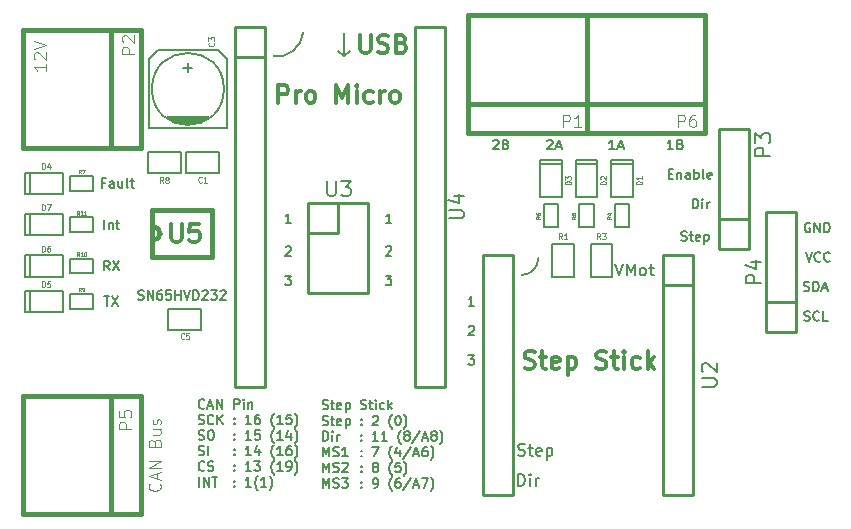
<source format=gto>
%FSLAX34Y34*%
G04 Gerber Fmt 3.4, Leading zero omitted, Abs format*
G04 (created by PCBNEW (2014-03-19 BZR 4756)-product) date Thu 12 Jun 2014 23:18:30 BST*
%MOIN*%
G01*
G70*
G90*
G04 APERTURE LIST*
%ADD10C,0.005906*%
%ADD11C,0.011811*%
%ADD12C,0.007874*%
%ADD13C,0.005000*%
%ADD14C,0.015000*%
%ADD15C,0.010000*%
%ADD16C,0.004500*%
%ADD17C,0.004700*%
%ADD18C,0.003500*%
%ADD19C,0.008000*%
%ADD20C,0.003000*%
%ADD21C,0.012000*%
G04 APERTURE END LIST*
G54D10*
G54D11*
X53487Y-30680D02*
X53487Y-31158D01*
X53515Y-31214D01*
X53543Y-31242D01*
X53599Y-31271D01*
X53712Y-31271D01*
X53768Y-31242D01*
X53796Y-31214D01*
X53824Y-31158D01*
X53824Y-30680D01*
X54077Y-31242D02*
X54161Y-31271D01*
X54302Y-31271D01*
X54358Y-31242D01*
X54386Y-31214D01*
X54415Y-31158D01*
X54415Y-31102D01*
X54386Y-31046D01*
X54358Y-31017D01*
X54302Y-30989D01*
X54190Y-30961D01*
X54133Y-30933D01*
X54105Y-30905D01*
X54077Y-30849D01*
X54077Y-30793D01*
X54105Y-30736D01*
X54133Y-30708D01*
X54190Y-30680D01*
X54330Y-30680D01*
X54415Y-30708D01*
X54865Y-30961D02*
X54949Y-30989D01*
X54977Y-31017D01*
X55005Y-31074D01*
X55005Y-31158D01*
X54977Y-31214D01*
X54949Y-31242D01*
X54893Y-31271D01*
X54668Y-31271D01*
X54668Y-30680D01*
X54865Y-30680D01*
X54921Y-30708D01*
X54949Y-30736D01*
X54977Y-30793D01*
X54977Y-30849D01*
X54949Y-30905D01*
X54921Y-30933D01*
X54865Y-30961D01*
X54668Y-30961D01*
G54D12*
X52952Y-31397D02*
X53149Y-31200D01*
X52755Y-31200D02*
X52952Y-31397D01*
X52952Y-31397D02*
X52755Y-31200D01*
X52952Y-30610D02*
X52952Y-31397D01*
G54D11*
X58956Y-41774D02*
X59041Y-41802D01*
X59181Y-41802D01*
X59237Y-41774D01*
X59266Y-41746D01*
X59294Y-41690D01*
X59294Y-41633D01*
X59266Y-41577D01*
X59237Y-41549D01*
X59181Y-41521D01*
X59069Y-41493D01*
X59012Y-41465D01*
X58984Y-41437D01*
X58956Y-41380D01*
X58956Y-41324D01*
X58984Y-41268D01*
X59012Y-41240D01*
X59069Y-41212D01*
X59209Y-41212D01*
X59294Y-41240D01*
X59462Y-41408D02*
X59687Y-41408D01*
X59547Y-41212D02*
X59547Y-41718D01*
X59575Y-41774D01*
X59631Y-41802D01*
X59687Y-41802D01*
X60109Y-41774D02*
X60053Y-41802D01*
X59940Y-41802D01*
X59884Y-41774D01*
X59856Y-41718D01*
X59856Y-41493D01*
X59884Y-41437D01*
X59940Y-41408D01*
X60053Y-41408D01*
X60109Y-41437D01*
X60137Y-41493D01*
X60137Y-41549D01*
X59856Y-41605D01*
X60390Y-41408D02*
X60390Y-41999D01*
X60390Y-41437D02*
X60447Y-41408D01*
X60559Y-41408D01*
X60615Y-41437D01*
X60643Y-41465D01*
X60672Y-41521D01*
X60672Y-41690D01*
X60643Y-41746D01*
X60615Y-41774D01*
X60559Y-41802D01*
X60447Y-41802D01*
X60390Y-41774D01*
X61347Y-41774D02*
X61431Y-41802D01*
X61571Y-41802D01*
X61628Y-41774D01*
X61656Y-41746D01*
X61684Y-41690D01*
X61684Y-41633D01*
X61656Y-41577D01*
X61628Y-41549D01*
X61571Y-41521D01*
X61459Y-41493D01*
X61403Y-41465D01*
X61375Y-41437D01*
X61347Y-41380D01*
X61347Y-41324D01*
X61375Y-41268D01*
X61403Y-41240D01*
X61459Y-41212D01*
X61600Y-41212D01*
X61684Y-41240D01*
X61853Y-41408D02*
X62078Y-41408D01*
X61937Y-41212D02*
X61937Y-41718D01*
X61965Y-41774D01*
X62021Y-41802D01*
X62078Y-41802D01*
X62275Y-41802D02*
X62275Y-41408D01*
X62275Y-41212D02*
X62246Y-41240D01*
X62275Y-41268D01*
X62303Y-41240D01*
X62275Y-41212D01*
X62275Y-41268D01*
X62809Y-41774D02*
X62753Y-41802D01*
X62640Y-41802D01*
X62584Y-41774D01*
X62556Y-41746D01*
X62528Y-41690D01*
X62528Y-41521D01*
X62556Y-41465D01*
X62584Y-41437D01*
X62640Y-41408D01*
X62753Y-41408D01*
X62809Y-41437D01*
X63062Y-41802D02*
X63062Y-41212D01*
X63118Y-41577D02*
X63287Y-41802D01*
X63287Y-41408D02*
X63062Y-41633D01*
X50745Y-32944D02*
X50745Y-32353D01*
X50970Y-32353D01*
X51026Y-32381D01*
X51054Y-32410D01*
X51082Y-32466D01*
X51082Y-32550D01*
X51054Y-32606D01*
X51026Y-32634D01*
X50970Y-32663D01*
X50745Y-32663D01*
X51335Y-32944D02*
X51335Y-32550D01*
X51335Y-32663D02*
X51363Y-32606D01*
X51392Y-32578D01*
X51448Y-32550D01*
X51504Y-32550D01*
X51785Y-32944D02*
X51729Y-32916D01*
X51701Y-32888D01*
X51673Y-32831D01*
X51673Y-32663D01*
X51701Y-32606D01*
X51729Y-32578D01*
X51785Y-32550D01*
X51870Y-32550D01*
X51926Y-32578D01*
X51954Y-32606D01*
X51982Y-32663D01*
X51982Y-32831D01*
X51954Y-32888D01*
X51926Y-32916D01*
X51870Y-32944D01*
X51785Y-32944D01*
X52685Y-32944D02*
X52685Y-32353D01*
X52882Y-32775D01*
X53079Y-32353D01*
X53079Y-32944D01*
X53360Y-32944D02*
X53360Y-32550D01*
X53360Y-32353D02*
X53332Y-32381D01*
X53360Y-32410D01*
X53388Y-32381D01*
X53360Y-32353D01*
X53360Y-32410D01*
X53894Y-32916D02*
X53838Y-32944D01*
X53726Y-32944D01*
X53669Y-32916D01*
X53641Y-32888D01*
X53613Y-32831D01*
X53613Y-32663D01*
X53641Y-32606D01*
X53669Y-32578D01*
X53726Y-32550D01*
X53838Y-32550D01*
X53894Y-32578D01*
X54147Y-32944D02*
X54147Y-32550D01*
X54147Y-32663D02*
X54176Y-32606D01*
X54204Y-32578D01*
X54260Y-32550D01*
X54316Y-32550D01*
X54597Y-32944D02*
X54541Y-32916D01*
X54513Y-32888D01*
X54485Y-32831D01*
X54485Y-32663D01*
X54513Y-32606D01*
X54541Y-32578D01*
X54597Y-32550D01*
X54682Y-32550D01*
X54738Y-32578D01*
X54766Y-32606D01*
X54794Y-32663D01*
X54794Y-32831D01*
X54766Y-32888D01*
X54738Y-32916D01*
X54682Y-32944D01*
X54597Y-32944D01*
G54D12*
X50590Y-31397D02*
G75*
G03X51574Y-30610I98J885D01*
G74*
G01*
X53519Y-43659D02*
X53534Y-43674D01*
X53519Y-43689D01*
X53504Y-43674D01*
X53519Y-43659D01*
X53519Y-43689D01*
X53519Y-43494D02*
X53534Y-43509D01*
X53519Y-43524D01*
X53504Y-43509D01*
X53519Y-43494D01*
X53519Y-43524D01*
X53894Y-43404D02*
X53909Y-43389D01*
X53939Y-43374D01*
X54014Y-43374D01*
X54044Y-43389D01*
X54059Y-43404D01*
X54074Y-43434D01*
X54074Y-43464D01*
X54059Y-43509D01*
X53879Y-43689D01*
X54074Y-43689D01*
X54539Y-43809D02*
X54524Y-43794D01*
X54494Y-43749D01*
X54479Y-43719D01*
X54464Y-43674D01*
X54449Y-43599D01*
X54449Y-43539D01*
X54464Y-43464D01*
X54479Y-43419D01*
X54494Y-43389D01*
X54524Y-43344D01*
X54539Y-43329D01*
X54719Y-43374D02*
X54749Y-43374D01*
X54779Y-43389D01*
X54794Y-43404D01*
X54809Y-43434D01*
X54824Y-43494D01*
X54824Y-43569D01*
X54809Y-43629D01*
X54794Y-43659D01*
X54779Y-43674D01*
X54749Y-43689D01*
X54719Y-43689D01*
X54689Y-43674D01*
X54674Y-43659D01*
X54659Y-43629D01*
X54644Y-43569D01*
X54644Y-43494D01*
X54659Y-43434D01*
X54674Y-43404D01*
X54689Y-43389D01*
X54719Y-43374D01*
X54929Y-43809D02*
X54944Y-43794D01*
X54974Y-43749D01*
X54989Y-43719D01*
X55004Y-43674D01*
X55019Y-43599D01*
X55019Y-43539D01*
X55004Y-43464D01*
X54989Y-43419D01*
X54974Y-43389D01*
X54944Y-43344D01*
X54929Y-43329D01*
X53519Y-44179D02*
X53534Y-44194D01*
X53519Y-44209D01*
X53504Y-44194D01*
X53519Y-44179D01*
X53519Y-44209D01*
X53519Y-44014D02*
X53534Y-44029D01*
X53519Y-44044D01*
X53504Y-44029D01*
X53519Y-44014D01*
X53519Y-44044D01*
X54074Y-44209D02*
X53894Y-44209D01*
X53984Y-44209D02*
X53984Y-43894D01*
X53954Y-43939D01*
X53924Y-43969D01*
X53894Y-43984D01*
X54374Y-44209D02*
X54194Y-44209D01*
X54284Y-44209D02*
X54284Y-43894D01*
X54254Y-43939D01*
X54224Y-43969D01*
X54194Y-43984D01*
X54839Y-44329D02*
X54824Y-44314D01*
X54794Y-44269D01*
X54779Y-44239D01*
X54764Y-44194D01*
X54749Y-44119D01*
X54749Y-44059D01*
X54764Y-43984D01*
X54779Y-43939D01*
X54794Y-43909D01*
X54824Y-43864D01*
X54839Y-43849D01*
X55004Y-44029D02*
X54974Y-44014D01*
X54959Y-43999D01*
X54944Y-43969D01*
X54944Y-43954D01*
X54959Y-43924D01*
X54974Y-43909D01*
X55004Y-43894D01*
X55064Y-43894D01*
X55094Y-43909D01*
X55109Y-43924D01*
X55124Y-43954D01*
X55124Y-43969D01*
X55109Y-43999D01*
X55094Y-44014D01*
X55064Y-44029D01*
X55004Y-44029D01*
X54974Y-44044D01*
X54959Y-44059D01*
X54944Y-44089D01*
X54944Y-44149D01*
X54959Y-44179D01*
X54974Y-44194D01*
X55004Y-44209D01*
X55064Y-44209D01*
X55094Y-44194D01*
X55109Y-44179D01*
X55124Y-44149D01*
X55124Y-44089D01*
X55109Y-44059D01*
X55094Y-44044D01*
X55064Y-44029D01*
X55484Y-43879D02*
X55214Y-44284D01*
X55574Y-44119D02*
X55724Y-44119D01*
X55544Y-44209D02*
X55649Y-43894D01*
X55754Y-44209D01*
X55904Y-44029D02*
X55874Y-44014D01*
X55859Y-43999D01*
X55844Y-43969D01*
X55844Y-43954D01*
X55859Y-43924D01*
X55874Y-43909D01*
X55904Y-43894D01*
X55964Y-43894D01*
X55994Y-43909D01*
X56009Y-43924D01*
X56024Y-43954D01*
X56024Y-43969D01*
X56009Y-43999D01*
X55994Y-44014D01*
X55964Y-44029D01*
X55904Y-44029D01*
X55874Y-44044D01*
X55859Y-44059D01*
X55844Y-44089D01*
X55844Y-44149D01*
X55859Y-44179D01*
X55874Y-44194D01*
X55904Y-44209D01*
X55964Y-44209D01*
X55994Y-44194D01*
X56009Y-44179D01*
X56024Y-44149D01*
X56024Y-44089D01*
X56009Y-44059D01*
X55994Y-44044D01*
X55964Y-44029D01*
X56129Y-44329D02*
X56144Y-44314D01*
X56174Y-44269D01*
X56189Y-44239D01*
X56204Y-44194D01*
X56219Y-44119D01*
X56219Y-44059D01*
X56204Y-43984D01*
X56189Y-43939D01*
X56174Y-43909D01*
X56144Y-43864D01*
X56129Y-43849D01*
X53519Y-44699D02*
X53534Y-44714D01*
X53519Y-44729D01*
X53504Y-44714D01*
X53519Y-44699D01*
X53519Y-44729D01*
X53519Y-44534D02*
X53534Y-44549D01*
X53519Y-44564D01*
X53504Y-44549D01*
X53519Y-44534D01*
X53519Y-44564D01*
X53879Y-44414D02*
X54089Y-44414D01*
X53954Y-44729D01*
X54539Y-44849D02*
X54524Y-44834D01*
X54494Y-44789D01*
X54479Y-44759D01*
X54464Y-44714D01*
X54449Y-44639D01*
X54449Y-44579D01*
X54464Y-44504D01*
X54479Y-44459D01*
X54494Y-44429D01*
X54524Y-44384D01*
X54539Y-44369D01*
X54794Y-44519D02*
X54794Y-44729D01*
X54719Y-44399D02*
X54644Y-44624D01*
X54839Y-44624D01*
X55184Y-44399D02*
X54914Y-44804D01*
X55274Y-44639D02*
X55424Y-44639D01*
X55244Y-44729D02*
X55349Y-44414D01*
X55454Y-44729D01*
X55694Y-44414D02*
X55634Y-44414D01*
X55604Y-44429D01*
X55589Y-44444D01*
X55559Y-44489D01*
X55544Y-44549D01*
X55544Y-44669D01*
X55559Y-44699D01*
X55574Y-44714D01*
X55604Y-44729D01*
X55664Y-44729D01*
X55694Y-44714D01*
X55709Y-44699D01*
X55724Y-44669D01*
X55724Y-44594D01*
X55709Y-44564D01*
X55694Y-44549D01*
X55664Y-44534D01*
X55604Y-44534D01*
X55574Y-44549D01*
X55559Y-44564D01*
X55544Y-44594D01*
X55829Y-44849D02*
X55844Y-44834D01*
X55874Y-44789D01*
X55889Y-44759D01*
X55904Y-44714D01*
X55919Y-44639D01*
X55919Y-44579D01*
X55904Y-44504D01*
X55889Y-44459D01*
X55874Y-44429D01*
X55844Y-44384D01*
X55829Y-44369D01*
X53519Y-45218D02*
X53534Y-45233D01*
X53519Y-45248D01*
X53504Y-45233D01*
X53519Y-45218D01*
X53519Y-45248D01*
X53519Y-45053D02*
X53534Y-45068D01*
X53519Y-45083D01*
X53504Y-45068D01*
X53519Y-45053D01*
X53519Y-45083D01*
X53954Y-45068D02*
X53924Y-45053D01*
X53909Y-45038D01*
X53894Y-45008D01*
X53894Y-44993D01*
X53909Y-44963D01*
X53924Y-44948D01*
X53954Y-44933D01*
X54014Y-44933D01*
X54044Y-44948D01*
X54059Y-44963D01*
X54074Y-44993D01*
X54074Y-45008D01*
X54059Y-45038D01*
X54044Y-45053D01*
X54014Y-45068D01*
X53954Y-45068D01*
X53924Y-45083D01*
X53909Y-45098D01*
X53894Y-45128D01*
X53894Y-45188D01*
X53909Y-45218D01*
X53924Y-45233D01*
X53954Y-45248D01*
X54014Y-45248D01*
X54044Y-45233D01*
X54059Y-45218D01*
X54074Y-45188D01*
X54074Y-45128D01*
X54059Y-45098D01*
X54044Y-45083D01*
X54014Y-45068D01*
X54539Y-45368D02*
X54524Y-45353D01*
X54494Y-45308D01*
X54479Y-45278D01*
X54464Y-45233D01*
X54449Y-45158D01*
X54449Y-45098D01*
X54464Y-45023D01*
X54479Y-44978D01*
X54494Y-44948D01*
X54524Y-44903D01*
X54539Y-44888D01*
X54809Y-44933D02*
X54659Y-44933D01*
X54644Y-45083D01*
X54659Y-45068D01*
X54689Y-45053D01*
X54764Y-45053D01*
X54794Y-45068D01*
X54809Y-45083D01*
X54824Y-45113D01*
X54824Y-45188D01*
X54809Y-45218D01*
X54794Y-45233D01*
X54764Y-45248D01*
X54689Y-45248D01*
X54659Y-45233D01*
X54644Y-45218D01*
X54929Y-45368D02*
X54944Y-45353D01*
X54974Y-45308D01*
X54989Y-45278D01*
X55004Y-45233D01*
X55019Y-45158D01*
X55019Y-45098D01*
X55004Y-45023D01*
X54989Y-44978D01*
X54974Y-44948D01*
X54944Y-44903D01*
X54929Y-44888D01*
X53519Y-45738D02*
X53534Y-45753D01*
X53519Y-45768D01*
X53504Y-45753D01*
X53519Y-45738D01*
X53519Y-45768D01*
X53519Y-45573D02*
X53534Y-45588D01*
X53519Y-45603D01*
X53504Y-45588D01*
X53519Y-45573D01*
X53519Y-45603D01*
X53924Y-45768D02*
X53984Y-45768D01*
X54014Y-45753D01*
X54029Y-45738D01*
X54059Y-45693D01*
X54074Y-45633D01*
X54074Y-45513D01*
X54059Y-45483D01*
X54044Y-45468D01*
X54014Y-45453D01*
X53954Y-45453D01*
X53924Y-45468D01*
X53909Y-45483D01*
X53894Y-45513D01*
X53894Y-45588D01*
X53909Y-45618D01*
X53924Y-45633D01*
X53954Y-45648D01*
X54014Y-45648D01*
X54044Y-45633D01*
X54059Y-45618D01*
X54074Y-45588D01*
X54539Y-45888D02*
X54524Y-45873D01*
X54494Y-45828D01*
X54479Y-45798D01*
X54464Y-45753D01*
X54449Y-45678D01*
X54449Y-45618D01*
X54464Y-45543D01*
X54479Y-45498D01*
X54494Y-45468D01*
X54524Y-45423D01*
X54539Y-45408D01*
X54794Y-45453D02*
X54734Y-45453D01*
X54704Y-45468D01*
X54689Y-45483D01*
X54659Y-45528D01*
X54644Y-45588D01*
X54644Y-45708D01*
X54659Y-45738D01*
X54674Y-45753D01*
X54704Y-45768D01*
X54764Y-45768D01*
X54794Y-45753D01*
X54809Y-45738D01*
X54824Y-45708D01*
X54824Y-45633D01*
X54809Y-45603D01*
X54794Y-45588D01*
X54764Y-45573D01*
X54704Y-45573D01*
X54674Y-45588D01*
X54659Y-45603D01*
X54644Y-45633D01*
X55184Y-45438D02*
X54914Y-45843D01*
X55274Y-45678D02*
X55424Y-45678D01*
X55244Y-45768D02*
X55349Y-45453D01*
X55454Y-45768D01*
X55529Y-45453D02*
X55739Y-45453D01*
X55604Y-45768D01*
X55829Y-45888D02*
X55844Y-45873D01*
X55874Y-45828D01*
X55889Y-45798D01*
X55904Y-45753D01*
X55919Y-45678D01*
X55919Y-45618D01*
X55904Y-45543D01*
X55889Y-45498D01*
X55874Y-45468D01*
X55844Y-45423D01*
X55829Y-45408D01*
X52225Y-43674D02*
X52270Y-43689D01*
X52345Y-43689D01*
X52375Y-43674D01*
X52390Y-43659D01*
X52405Y-43629D01*
X52405Y-43599D01*
X52390Y-43569D01*
X52375Y-43554D01*
X52345Y-43539D01*
X52285Y-43524D01*
X52255Y-43509D01*
X52240Y-43494D01*
X52225Y-43464D01*
X52225Y-43434D01*
X52240Y-43404D01*
X52255Y-43389D01*
X52285Y-43374D01*
X52360Y-43374D01*
X52405Y-43389D01*
X52495Y-43479D02*
X52615Y-43479D01*
X52540Y-43374D02*
X52540Y-43644D01*
X52555Y-43674D01*
X52585Y-43689D01*
X52615Y-43689D01*
X52840Y-43674D02*
X52810Y-43689D01*
X52750Y-43689D01*
X52720Y-43674D01*
X52705Y-43644D01*
X52705Y-43524D01*
X52720Y-43494D01*
X52750Y-43479D01*
X52810Y-43479D01*
X52840Y-43494D01*
X52855Y-43524D01*
X52855Y-43554D01*
X52705Y-43584D01*
X52990Y-43479D02*
X52990Y-43794D01*
X52990Y-43494D02*
X53020Y-43479D01*
X53080Y-43479D01*
X53110Y-43494D01*
X53125Y-43509D01*
X53140Y-43539D01*
X53140Y-43629D01*
X53125Y-43659D01*
X53110Y-43674D01*
X53080Y-43689D01*
X53020Y-43689D01*
X52990Y-43674D01*
X52240Y-44209D02*
X52240Y-43894D01*
X52315Y-43894D01*
X52360Y-43909D01*
X52390Y-43939D01*
X52405Y-43969D01*
X52420Y-44029D01*
X52420Y-44074D01*
X52405Y-44134D01*
X52390Y-44164D01*
X52360Y-44194D01*
X52315Y-44209D01*
X52240Y-44209D01*
X52555Y-44209D02*
X52555Y-43999D01*
X52555Y-43894D02*
X52540Y-43909D01*
X52555Y-43924D01*
X52570Y-43909D01*
X52555Y-43894D01*
X52555Y-43924D01*
X52705Y-44209D02*
X52705Y-43999D01*
X52705Y-44059D02*
X52720Y-44029D01*
X52735Y-44014D01*
X52765Y-43999D01*
X52795Y-43999D01*
X52240Y-44729D02*
X52240Y-44414D01*
X52345Y-44639D01*
X52450Y-44414D01*
X52450Y-44729D01*
X52585Y-44714D02*
X52630Y-44729D01*
X52705Y-44729D01*
X52735Y-44714D01*
X52750Y-44699D01*
X52765Y-44669D01*
X52765Y-44639D01*
X52750Y-44609D01*
X52735Y-44594D01*
X52705Y-44579D01*
X52645Y-44564D01*
X52615Y-44549D01*
X52600Y-44534D01*
X52585Y-44504D01*
X52585Y-44474D01*
X52600Y-44444D01*
X52615Y-44429D01*
X52645Y-44414D01*
X52720Y-44414D01*
X52765Y-44429D01*
X53065Y-44729D02*
X52885Y-44729D01*
X52975Y-44729D02*
X52975Y-44414D01*
X52945Y-44459D01*
X52915Y-44489D01*
X52885Y-44504D01*
X52240Y-45248D02*
X52240Y-44933D01*
X52345Y-45158D01*
X52450Y-44933D01*
X52450Y-45248D01*
X52585Y-45233D02*
X52630Y-45248D01*
X52705Y-45248D01*
X52735Y-45233D01*
X52750Y-45218D01*
X52765Y-45188D01*
X52765Y-45158D01*
X52750Y-45128D01*
X52735Y-45113D01*
X52705Y-45098D01*
X52645Y-45083D01*
X52615Y-45068D01*
X52600Y-45053D01*
X52585Y-45023D01*
X52585Y-44993D01*
X52600Y-44963D01*
X52615Y-44948D01*
X52645Y-44933D01*
X52720Y-44933D01*
X52765Y-44948D01*
X52885Y-44963D02*
X52900Y-44948D01*
X52930Y-44933D01*
X53005Y-44933D01*
X53035Y-44948D01*
X53050Y-44963D01*
X53065Y-44993D01*
X53065Y-45023D01*
X53050Y-45068D01*
X52870Y-45248D01*
X53065Y-45248D01*
X52240Y-45768D02*
X52240Y-45453D01*
X52345Y-45678D01*
X52450Y-45453D01*
X52450Y-45768D01*
X52585Y-45753D02*
X52630Y-45768D01*
X52705Y-45768D01*
X52735Y-45753D01*
X52750Y-45738D01*
X52765Y-45708D01*
X52765Y-45678D01*
X52750Y-45648D01*
X52735Y-45633D01*
X52705Y-45618D01*
X52645Y-45603D01*
X52615Y-45588D01*
X52600Y-45573D01*
X52585Y-45543D01*
X52585Y-45513D01*
X52600Y-45483D01*
X52615Y-45468D01*
X52645Y-45453D01*
X52720Y-45453D01*
X52765Y-45468D01*
X52870Y-45453D02*
X53065Y-45453D01*
X52960Y-45573D01*
X53005Y-45573D01*
X53035Y-45588D01*
X53050Y-45603D01*
X53065Y-45633D01*
X53065Y-45708D01*
X53050Y-45738D01*
X53035Y-45753D01*
X53005Y-45768D01*
X52915Y-45768D01*
X52885Y-45753D01*
X52870Y-45738D01*
X49287Y-43134D02*
X49287Y-42819D01*
X49407Y-42819D01*
X49437Y-42834D01*
X49452Y-42849D01*
X49467Y-42879D01*
X49467Y-42924D01*
X49452Y-42954D01*
X49437Y-42969D01*
X49407Y-42984D01*
X49287Y-42984D01*
X49602Y-43134D02*
X49602Y-42924D01*
X49602Y-42819D02*
X49587Y-42834D01*
X49602Y-42849D01*
X49617Y-42834D01*
X49602Y-42819D01*
X49602Y-42849D01*
X49752Y-42924D02*
X49752Y-43134D01*
X49752Y-42954D02*
X49767Y-42939D01*
X49797Y-42924D01*
X49842Y-42924D01*
X49872Y-42939D01*
X49887Y-42969D01*
X49887Y-43134D01*
X49287Y-43624D02*
X49302Y-43639D01*
X49287Y-43654D01*
X49272Y-43639D01*
X49287Y-43624D01*
X49287Y-43654D01*
X49287Y-43459D02*
X49302Y-43474D01*
X49287Y-43489D01*
X49272Y-43474D01*
X49287Y-43459D01*
X49287Y-43489D01*
X49842Y-43654D02*
X49662Y-43654D01*
X49752Y-43654D02*
X49752Y-43339D01*
X49722Y-43384D01*
X49692Y-43414D01*
X49662Y-43429D01*
X50112Y-43339D02*
X50052Y-43339D01*
X50022Y-43354D01*
X50007Y-43369D01*
X49977Y-43414D01*
X49962Y-43474D01*
X49962Y-43594D01*
X49977Y-43624D01*
X49992Y-43639D01*
X50022Y-43654D01*
X50082Y-43654D01*
X50112Y-43639D01*
X50127Y-43624D01*
X50142Y-43594D01*
X50142Y-43519D01*
X50127Y-43489D01*
X50112Y-43474D01*
X50082Y-43459D01*
X50022Y-43459D01*
X49992Y-43474D01*
X49977Y-43489D01*
X49962Y-43519D01*
X50607Y-43774D02*
X50592Y-43759D01*
X50562Y-43714D01*
X50547Y-43684D01*
X50532Y-43639D01*
X50517Y-43564D01*
X50517Y-43504D01*
X50532Y-43429D01*
X50547Y-43384D01*
X50562Y-43354D01*
X50592Y-43309D01*
X50607Y-43294D01*
X50892Y-43654D02*
X50712Y-43654D01*
X50802Y-43654D02*
X50802Y-43339D01*
X50772Y-43384D01*
X50742Y-43414D01*
X50712Y-43429D01*
X51177Y-43339D02*
X51027Y-43339D01*
X51012Y-43489D01*
X51027Y-43474D01*
X51057Y-43459D01*
X51132Y-43459D01*
X51162Y-43474D01*
X51177Y-43489D01*
X51192Y-43519D01*
X51192Y-43594D01*
X51177Y-43624D01*
X51162Y-43639D01*
X51132Y-43654D01*
X51057Y-43654D01*
X51027Y-43639D01*
X51012Y-43624D01*
X51297Y-43774D02*
X51312Y-43759D01*
X51342Y-43714D01*
X51357Y-43684D01*
X51372Y-43639D01*
X51387Y-43564D01*
X51387Y-43504D01*
X51372Y-43429D01*
X51357Y-43384D01*
X51342Y-43354D01*
X51312Y-43309D01*
X51297Y-43294D01*
X49287Y-44143D02*
X49302Y-44158D01*
X49287Y-44173D01*
X49272Y-44158D01*
X49287Y-44143D01*
X49287Y-44173D01*
X49287Y-43979D02*
X49302Y-43994D01*
X49287Y-44008D01*
X49272Y-43994D01*
X49287Y-43979D01*
X49287Y-44008D01*
X49842Y-44173D02*
X49662Y-44173D01*
X49752Y-44173D02*
X49752Y-43859D01*
X49722Y-43904D01*
X49692Y-43934D01*
X49662Y-43949D01*
X50127Y-43859D02*
X49977Y-43859D01*
X49962Y-44008D01*
X49977Y-43994D01*
X50007Y-43979D01*
X50082Y-43979D01*
X50112Y-43994D01*
X50127Y-44008D01*
X50142Y-44038D01*
X50142Y-44113D01*
X50127Y-44143D01*
X50112Y-44158D01*
X50082Y-44173D01*
X50007Y-44173D01*
X49977Y-44158D01*
X49962Y-44143D01*
X50607Y-44293D02*
X50592Y-44278D01*
X50562Y-44233D01*
X50547Y-44203D01*
X50532Y-44158D01*
X50517Y-44083D01*
X50517Y-44023D01*
X50532Y-43949D01*
X50547Y-43904D01*
X50562Y-43874D01*
X50592Y-43829D01*
X50607Y-43814D01*
X50892Y-44173D02*
X50712Y-44173D01*
X50802Y-44173D02*
X50802Y-43859D01*
X50772Y-43904D01*
X50742Y-43934D01*
X50712Y-43949D01*
X51162Y-43964D02*
X51162Y-44173D01*
X51087Y-43844D02*
X51012Y-44068D01*
X51207Y-44068D01*
X51297Y-44293D02*
X51312Y-44278D01*
X51342Y-44233D01*
X51357Y-44203D01*
X51372Y-44158D01*
X51387Y-44083D01*
X51387Y-44023D01*
X51372Y-43949D01*
X51357Y-43904D01*
X51342Y-43874D01*
X51312Y-43829D01*
X51297Y-43814D01*
X49287Y-44663D02*
X49302Y-44678D01*
X49287Y-44693D01*
X49272Y-44678D01*
X49287Y-44663D01*
X49287Y-44693D01*
X49287Y-44498D02*
X49302Y-44513D01*
X49287Y-44528D01*
X49272Y-44513D01*
X49287Y-44498D01*
X49287Y-44528D01*
X49842Y-44693D02*
X49662Y-44693D01*
X49752Y-44693D02*
X49752Y-44378D01*
X49722Y-44423D01*
X49692Y-44453D01*
X49662Y-44468D01*
X50112Y-44483D02*
X50112Y-44693D01*
X50037Y-44363D02*
X49962Y-44588D01*
X50157Y-44588D01*
X50607Y-44813D02*
X50592Y-44798D01*
X50562Y-44753D01*
X50547Y-44723D01*
X50532Y-44678D01*
X50517Y-44603D01*
X50517Y-44543D01*
X50532Y-44468D01*
X50547Y-44423D01*
X50562Y-44393D01*
X50592Y-44348D01*
X50607Y-44333D01*
X50892Y-44693D02*
X50712Y-44693D01*
X50802Y-44693D02*
X50802Y-44378D01*
X50772Y-44423D01*
X50742Y-44453D01*
X50712Y-44468D01*
X51162Y-44378D02*
X51102Y-44378D01*
X51072Y-44393D01*
X51057Y-44408D01*
X51027Y-44453D01*
X51012Y-44513D01*
X51012Y-44633D01*
X51027Y-44663D01*
X51042Y-44678D01*
X51072Y-44693D01*
X51132Y-44693D01*
X51162Y-44678D01*
X51177Y-44663D01*
X51192Y-44633D01*
X51192Y-44558D01*
X51177Y-44528D01*
X51162Y-44513D01*
X51132Y-44498D01*
X51072Y-44498D01*
X51042Y-44513D01*
X51027Y-44528D01*
X51012Y-44558D01*
X51297Y-44813D02*
X51312Y-44798D01*
X51342Y-44753D01*
X51357Y-44723D01*
X51372Y-44678D01*
X51387Y-44603D01*
X51387Y-44543D01*
X51372Y-44468D01*
X51357Y-44423D01*
X51342Y-44393D01*
X51312Y-44348D01*
X51297Y-44333D01*
X49287Y-45183D02*
X49302Y-45198D01*
X49287Y-45213D01*
X49272Y-45198D01*
X49287Y-45183D01*
X49287Y-45213D01*
X49287Y-45018D02*
X49302Y-45033D01*
X49287Y-45048D01*
X49272Y-45033D01*
X49287Y-45018D01*
X49287Y-45048D01*
X49842Y-45213D02*
X49662Y-45213D01*
X49752Y-45213D02*
X49752Y-44898D01*
X49722Y-44943D01*
X49692Y-44973D01*
X49662Y-44988D01*
X49947Y-44898D02*
X50142Y-44898D01*
X50037Y-45018D01*
X50082Y-45018D01*
X50112Y-45033D01*
X50127Y-45048D01*
X50142Y-45078D01*
X50142Y-45153D01*
X50127Y-45183D01*
X50112Y-45198D01*
X50082Y-45213D01*
X49992Y-45213D01*
X49962Y-45198D01*
X49947Y-45183D01*
X50607Y-45333D02*
X50592Y-45318D01*
X50562Y-45273D01*
X50547Y-45243D01*
X50532Y-45198D01*
X50517Y-45123D01*
X50517Y-45063D01*
X50532Y-44988D01*
X50547Y-44943D01*
X50562Y-44913D01*
X50592Y-44868D01*
X50607Y-44853D01*
X50892Y-45213D02*
X50712Y-45213D01*
X50802Y-45213D02*
X50802Y-44898D01*
X50772Y-44943D01*
X50742Y-44973D01*
X50712Y-44988D01*
X51042Y-45213D02*
X51102Y-45213D01*
X51132Y-45198D01*
X51147Y-45183D01*
X51177Y-45138D01*
X51192Y-45078D01*
X51192Y-44958D01*
X51177Y-44928D01*
X51162Y-44913D01*
X51132Y-44898D01*
X51072Y-44898D01*
X51042Y-44913D01*
X51027Y-44928D01*
X51012Y-44958D01*
X51012Y-45033D01*
X51027Y-45063D01*
X51042Y-45078D01*
X51072Y-45093D01*
X51132Y-45093D01*
X51162Y-45078D01*
X51177Y-45063D01*
X51192Y-45033D01*
X51297Y-45333D02*
X51312Y-45318D01*
X51342Y-45273D01*
X51357Y-45243D01*
X51372Y-45198D01*
X51387Y-45123D01*
X51387Y-45063D01*
X51372Y-44988D01*
X51357Y-44943D01*
X51342Y-44913D01*
X51312Y-44868D01*
X51297Y-44853D01*
X49287Y-45703D02*
X49302Y-45718D01*
X49287Y-45733D01*
X49272Y-45718D01*
X49287Y-45703D01*
X49287Y-45733D01*
X49287Y-45538D02*
X49302Y-45553D01*
X49287Y-45568D01*
X49272Y-45553D01*
X49287Y-45538D01*
X49287Y-45568D01*
X49842Y-45733D02*
X49662Y-45733D01*
X49752Y-45733D02*
X49752Y-45418D01*
X49722Y-45463D01*
X49692Y-45493D01*
X49662Y-45508D01*
X50067Y-45853D02*
X50052Y-45838D01*
X50022Y-45793D01*
X50007Y-45763D01*
X49992Y-45718D01*
X49977Y-45643D01*
X49977Y-45583D01*
X49992Y-45508D01*
X50007Y-45463D01*
X50022Y-45433D01*
X50052Y-45388D01*
X50067Y-45373D01*
X50352Y-45733D02*
X50172Y-45733D01*
X50262Y-45733D02*
X50262Y-45418D01*
X50232Y-45463D01*
X50202Y-45493D01*
X50172Y-45508D01*
X50457Y-45853D02*
X50472Y-45838D01*
X50502Y-45793D01*
X50517Y-45763D01*
X50532Y-45718D01*
X50547Y-45643D01*
X50547Y-45583D01*
X50532Y-45508D01*
X50517Y-45463D01*
X50502Y-45433D01*
X50472Y-45388D01*
X50457Y-45373D01*
X52225Y-43139D02*
X52270Y-43154D01*
X52345Y-43154D01*
X52375Y-43139D01*
X52390Y-43124D01*
X52405Y-43094D01*
X52405Y-43064D01*
X52390Y-43034D01*
X52375Y-43019D01*
X52345Y-43004D01*
X52285Y-42989D01*
X52255Y-42974D01*
X52240Y-42959D01*
X52225Y-42929D01*
X52225Y-42899D01*
X52240Y-42869D01*
X52255Y-42854D01*
X52285Y-42839D01*
X52360Y-42839D01*
X52405Y-42854D01*
X52495Y-42944D02*
X52615Y-42944D01*
X52540Y-42839D02*
X52540Y-43109D01*
X52555Y-43139D01*
X52585Y-43154D01*
X52615Y-43154D01*
X52840Y-43139D02*
X52810Y-43154D01*
X52750Y-43154D01*
X52720Y-43139D01*
X52705Y-43109D01*
X52705Y-42989D01*
X52720Y-42959D01*
X52750Y-42944D01*
X52810Y-42944D01*
X52840Y-42959D01*
X52855Y-42989D01*
X52855Y-43019D01*
X52705Y-43049D01*
X52990Y-42944D02*
X52990Y-43259D01*
X52990Y-42959D02*
X53020Y-42944D01*
X53080Y-42944D01*
X53110Y-42959D01*
X53125Y-42974D01*
X53140Y-43004D01*
X53140Y-43094D01*
X53125Y-43124D01*
X53110Y-43139D01*
X53080Y-43154D01*
X53020Y-43154D01*
X52990Y-43139D01*
X53500Y-43139D02*
X53545Y-43154D01*
X53620Y-43154D01*
X53650Y-43139D01*
X53665Y-43124D01*
X53680Y-43094D01*
X53680Y-43064D01*
X53665Y-43034D01*
X53650Y-43019D01*
X53620Y-43004D01*
X53560Y-42989D01*
X53530Y-42974D01*
X53515Y-42959D01*
X53500Y-42929D01*
X53500Y-42899D01*
X53515Y-42869D01*
X53530Y-42854D01*
X53560Y-42839D01*
X53635Y-42839D01*
X53680Y-42854D01*
X53770Y-42944D02*
X53890Y-42944D01*
X53815Y-42839D02*
X53815Y-43109D01*
X53830Y-43139D01*
X53860Y-43154D01*
X53890Y-43154D01*
X53995Y-43154D02*
X53995Y-42944D01*
X53995Y-42839D02*
X53980Y-42854D01*
X53995Y-42869D01*
X54010Y-42854D01*
X53995Y-42839D01*
X53995Y-42869D01*
X54280Y-43139D02*
X54250Y-43154D01*
X54190Y-43154D01*
X54160Y-43139D01*
X54145Y-43124D01*
X54130Y-43094D01*
X54130Y-43004D01*
X54145Y-42974D01*
X54160Y-42959D01*
X54190Y-42944D01*
X54250Y-42944D01*
X54280Y-42959D01*
X54415Y-43154D02*
X54415Y-42839D01*
X54445Y-43034D02*
X54535Y-43154D01*
X54535Y-42944D02*
X54415Y-43064D01*
X48286Y-43104D02*
X48271Y-43119D01*
X48226Y-43134D01*
X48196Y-43134D01*
X48151Y-43119D01*
X48121Y-43089D01*
X48106Y-43059D01*
X48091Y-42999D01*
X48091Y-42954D01*
X48106Y-42894D01*
X48121Y-42864D01*
X48151Y-42834D01*
X48196Y-42819D01*
X48226Y-42819D01*
X48271Y-42834D01*
X48286Y-42849D01*
X48406Y-43044D02*
X48556Y-43044D01*
X48376Y-43134D02*
X48481Y-42819D01*
X48586Y-43134D01*
X48691Y-43134D02*
X48691Y-42819D01*
X48871Y-43134D01*
X48871Y-42819D01*
X48091Y-43639D02*
X48136Y-43654D01*
X48211Y-43654D01*
X48241Y-43639D01*
X48256Y-43624D01*
X48271Y-43594D01*
X48271Y-43564D01*
X48256Y-43534D01*
X48241Y-43519D01*
X48211Y-43504D01*
X48151Y-43489D01*
X48121Y-43474D01*
X48106Y-43459D01*
X48091Y-43429D01*
X48091Y-43399D01*
X48106Y-43369D01*
X48121Y-43354D01*
X48151Y-43339D01*
X48226Y-43339D01*
X48271Y-43354D01*
X48586Y-43624D02*
X48571Y-43639D01*
X48526Y-43654D01*
X48496Y-43654D01*
X48451Y-43639D01*
X48421Y-43609D01*
X48406Y-43579D01*
X48391Y-43519D01*
X48391Y-43474D01*
X48406Y-43414D01*
X48421Y-43384D01*
X48451Y-43354D01*
X48496Y-43339D01*
X48526Y-43339D01*
X48571Y-43354D01*
X48586Y-43369D01*
X48721Y-43654D02*
X48721Y-43339D01*
X48901Y-43654D02*
X48766Y-43474D01*
X48901Y-43339D02*
X48721Y-43519D01*
X48091Y-44158D02*
X48136Y-44173D01*
X48211Y-44173D01*
X48241Y-44158D01*
X48256Y-44143D01*
X48271Y-44113D01*
X48271Y-44083D01*
X48256Y-44053D01*
X48241Y-44038D01*
X48211Y-44023D01*
X48151Y-44008D01*
X48121Y-43994D01*
X48106Y-43979D01*
X48091Y-43949D01*
X48091Y-43919D01*
X48106Y-43889D01*
X48121Y-43874D01*
X48151Y-43859D01*
X48226Y-43859D01*
X48271Y-43874D01*
X48466Y-43859D02*
X48526Y-43859D01*
X48556Y-43874D01*
X48586Y-43904D01*
X48601Y-43964D01*
X48601Y-44068D01*
X48586Y-44128D01*
X48556Y-44158D01*
X48526Y-44173D01*
X48466Y-44173D01*
X48436Y-44158D01*
X48406Y-44128D01*
X48391Y-44068D01*
X48391Y-43964D01*
X48406Y-43904D01*
X48436Y-43874D01*
X48466Y-43859D01*
X48091Y-44678D02*
X48136Y-44693D01*
X48211Y-44693D01*
X48241Y-44678D01*
X48256Y-44663D01*
X48271Y-44633D01*
X48271Y-44603D01*
X48256Y-44573D01*
X48241Y-44558D01*
X48211Y-44543D01*
X48151Y-44528D01*
X48121Y-44513D01*
X48106Y-44498D01*
X48091Y-44468D01*
X48091Y-44438D01*
X48106Y-44408D01*
X48121Y-44393D01*
X48151Y-44378D01*
X48226Y-44378D01*
X48271Y-44393D01*
X48406Y-44693D02*
X48406Y-44378D01*
X48286Y-45183D02*
X48271Y-45198D01*
X48226Y-45213D01*
X48196Y-45213D01*
X48151Y-45198D01*
X48121Y-45168D01*
X48106Y-45138D01*
X48091Y-45078D01*
X48091Y-45033D01*
X48106Y-44973D01*
X48121Y-44943D01*
X48151Y-44913D01*
X48196Y-44898D01*
X48226Y-44898D01*
X48271Y-44913D01*
X48286Y-44928D01*
X48406Y-45198D02*
X48451Y-45213D01*
X48526Y-45213D01*
X48556Y-45198D01*
X48571Y-45183D01*
X48586Y-45153D01*
X48586Y-45123D01*
X48571Y-45093D01*
X48556Y-45078D01*
X48526Y-45063D01*
X48466Y-45048D01*
X48436Y-45033D01*
X48421Y-45018D01*
X48406Y-44988D01*
X48406Y-44958D01*
X48421Y-44928D01*
X48436Y-44913D01*
X48466Y-44898D01*
X48541Y-44898D01*
X48586Y-44913D01*
X48106Y-45733D02*
X48106Y-45418D01*
X48256Y-45733D02*
X48256Y-45418D01*
X48436Y-45733D01*
X48436Y-45418D01*
X48541Y-45418D02*
X48721Y-45418D01*
X48631Y-45733D02*
X48631Y-45418D01*
X57080Y-41362D02*
X57275Y-41362D01*
X57170Y-41482D01*
X57215Y-41482D01*
X57245Y-41497D01*
X57260Y-41512D01*
X57275Y-41542D01*
X57275Y-41617D01*
X57260Y-41647D01*
X57245Y-41662D01*
X57215Y-41677D01*
X57125Y-41677D01*
X57095Y-41662D01*
X57080Y-41647D01*
X54324Y-38705D02*
X54519Y-38705D01*
X54414Y-38825D01*
X54459Y-38825D01*
X54489Y-38840D01*
X54504Y-38855D01*
X54519Y-38885D01*
X54519Y-38960D01*
X54504Y-38990D01*
X54489Y-39005D01*
X54459Y-39020D01*
X54369Y-39020D01*
X54339Y-39005D01*
X54324Y-38990D01*
X50977Y-38705D02*
X51172Y-38705D01*
X51067Y-38825D01*
X51112Y-38825D01*
X51142Y-38840D01*
X51157Y-38855D01*
X51172Y-38885D01*
X51172Y-38960D01*
X51157Y-38990D01*
X51142Y-39005D01*
X51112Y-39020D01*
X51022Y-39020D01*
X50992Y-39005D01*
X50977Y-38990D01*
X57095Y-40408D02*
X57110Y-40393D01*
X57140Y-40378D01*
X57215Y-40378D01*
X57245Y-40393D01*
X57260Y-40408D01*
X57275Y-40438D01*
X57275Y-40468D01*
X57260Y-40513D01*
X57080Y-40693D01*
X57275Y-40693D01*
X54339Y-37751D02*
X54354Y-37736D01*
X54384Y-37721D01*
X54459Y-37721D01*
X54489Y-37736D01*
X54504Y-37751D01*
X54519Y-37781D01*
X54519Y-37811D01*
X54504Y-37856D01*
X54324Y-38036D01*
X54519Y-38036D01*
X50992Y-37751D02*
X51007Y-37736D01*
X51037Y-37721D01*
X51112Y-37721D01*
X51142Y-37736D01*
X51157Y-37751D01*
X51172Y-37781D01*
X51172Y-37811D01*
X51157Y-37856D01*
X50977Y-38036D01*
X51172Y-38036D01*
X57275Y-39709D02*
X57095Y-39709D01*
X57185Y-39709D02*
X57185Y-39394D01*
X57155Y-39439D01*
X57125Y-39469D01*
X57095Y-39484D01*
X54519Y-36953D02*
X54339Y-36953D01*
X54429Y-36953D02*
X54429Y-36638D01*
X54399Y-36683D01*
X54369Y-36713D01*
X54339Y-36728D01*
X51172Y-36953D02*
X50992Y-36953D01*
X51082Y-36953D02*
X51082Y-36638D01*
X51052Y-36683D01*
X51022Y-36713D01*
X50992Y-36728D01*
X68473Y-36948D02*
X68443Y-36933D01*
X68398Y-36933D01*
X68353Y-36948D01*
X68323Y-36978D01*
X68308Y-37008D01*
X68293Y-37068D01*
X68293Y-37113D01*
X68308Y-37173D01*
X68323Y-37203D01*
X68353Y-37233D01*
X68398Y-37248D01*
X68428Y-37248D01*
X68473Y-37233D01*
X68488Y-37218D01*
X68488Y-37113D01*
X68428Y-37113D01*
X68622Y-37248D02*
X68622Y-36933D01*
X68802Y-37248D01*
X68802Y-36933D01*
X68952Y-37248D02*
X68952Y-36933D01*
X69027Y-36933D01*
X69072Y-36948D01*
X69102Y-36978D01*
X69117Y-37008D01*
X69132Y-37068D01*
X69132Y-37113D01*
X69117Y-37173D01*
X69102Y-37203D01*
X69072Y-37233D01*
X69027Y-37248D01*
X68952Y-37248D01*
X68323Y-37918D02*
X68428Y-38233D01*
X68532Y-37918D01*
X68817Y-38203D02*
X68802Y-38218D01*
X68757Y-38233D01*
X68727Y-38233D01*
X68682Y-38218D01*
X68652Y-38188D01*
X68637Y-38158D01*
X68622Y-38098D01*
X68622Y-38053D01*
X68637Y-37993D01*
X68652Y-37963D01*
X68682Y-37933D01*
X68727Y-37918D01*
X68757Y-37918D01*
X68802Y-37933D01*
X68817Y-37948D01*
X69132Y-38203D02*
X69117Y-38218D01*
X69072Y-38233D01*
X69042Y-38233D01*
X68997Y-38218D01*
X68967Y-38188D01*
X68952Y-38158D01*
X68937Y-38098D01*
X68937Y-38053D01*
X68952Y-37993D01*
X68967Y-37963D01*
X68997Y-37933D01*
X69042Y-37918D01*
X69072Y-37918D01*
X69117Y-37933D01*
X69132Y-37948D01*
X68284Y-40186D02*
X68329Y-40201D01*
X68404Y-40201D01*
X68434Y-40186D01*
X68449Y-40171D01*
X68464Y-40141D01*
X68464Y-40111D01*
X68449Y-40081D01*
X68434Y-40066D01*
X68404Y-40051D01*
X68344Y-40036D01*
X68314Y-40021D01*
X68299Y-40006D01*
X68284Y-39976D01*
X68284Y-39946D01*
X68299Y-39916D01*
X68314Y-39901D01*
X68344Y-39886D01*
X68419Y-39886D01*
X68464Y-39901D01*
X68779Y-40171D02*
X68764Y-40186D01*
X68719Y-40201D01*
X68689Y-40201D01*
X68644Y-40186D01*
X68614Y-40156D01*
X68599Y-40126D01*
X68584Y-40066D01*
X68584Y-40021D01*
X68599Y-39961D01*
X68614Y-39931D01*
X68644Y-39901D01*
X68689Y-39886D01*
X68719Y-39886D01*
X68764Y-39901D01*
X68779Y-39916D01*
X69064Y-40201D02*
X68914Y-40201D01*
X68914Y-39886D01*
X68269Y-39202D02*
X68314Y-39217D01*
X68389Y-39217D01*
X68419Y-39202D01*
X68434Y-39187D01*
X68449Y-39157D01*
X68449Y-39127D01*
X68434Y-39097D01*
X68419Y-39082D01*
X68389Y-39067D01*
X68329Y-39052D01*
X68299Y-39037D01*
X68284Y-39022D01*
X68269Y-38992D01*
X68269Y-38962D01*
X68284Y-38932D01*
X68299Y-38917D01*
X68329Y-38902D01*
X68404Y-38902D01*
X68449Y-38917D01*
X68584Y-39217D02*
X68584Y-38902D01*
X68659Y-38902D01*
X68704Y-38917D01*
X68734Y-38947D01*
X68749Y-38977D01*
X68764Y-39037D01*
X68764Y-39082D01*
X68749Y-39142D01*
X68734Y-39172D01*
X68704Y-39202D01*
X68659Y-39217D01*
X68584Y-39217D01*
X68884Y-39127D02*
X69034Y-39127D01*
X68854Y-39217D02*
X68959Y-38902D01*
X69064Y-39217D01*
X64182Y-37529D02*
X64227Y-37544D01*
X64302Y-37544D01*
X64332Y-37529D01*
X64347Y-37514D01*
X64362Y-37484D01*
X64362Y-37454D01*
X64347Y-37424D01*
X64332Y-37409D01*
X64302Y-37394D01*
X64242Y-37379D01*
X64212Y-37364D01*
X64197Y-37349D01*
X64182Y-37319D01*
X64182Y-37289D01*
X64197Y-37259D01*
X64212Y-37244D01*
X64242Y-37229D01*
X64317Y-37229D01*
X64362Y-37244D01*
X64452Y-37334D02*
X64572Y-37334D01*
X64497Y-37229D02*
X64497Y-37499D01*
X64512Y-37529D01*
X64542Y-37544D01*
X64572Y-37544D01*
X64797Y-37529D02*
X64767Y-37544D01*
X64707Y-37544D01*
X64677Y-37529D01*
X64662Y-37499D01*
X64662Y-37379D01*
X64677Y-37349D01*
X64707Y-37334D01*
X64767Y-37334D01*
X64797Y-37349D01*
X64812Y-37379D01*
X64812Y-37409D01*
X64662Y-37439D01*
X64947Y-37334D02*
X64947Y-37649D01*
X64947Y-37349D02*
X64977Y-37334D01*
X65037Y-37334D01*
X65067Y-37349D01*
X65082Y-37364D01*
X65097Y-37394D01*
X65097Y-37484D01*
X65082Y-37514D01*
X65067Y-37529D01*
X65037Y-37544D01*
X64977Y-37544D01*
X64947Y-37529D01*
X64572Y-36461D02*
X64572Y-36146D01*
X64647Y-36146D01*
X64692Y-36161D01*
X64722Y-36191D01*
X64737Y-36221D01*
X64752Y-36281D01*
X64752Y-36326D01*
X64737Y-36386D01*
X64722Y-36416D01*
X64692Y-36446D01*
X64647Y-36461D01*
X64572Y-36461D01*
X64887Y-36461D02*
X64887Y-36251D01*
X64887Y-36146D02*
X64872Y-36161D01*
X64887Y-36176D01*
X64902Y-36161D01*
X64887Y-36146D01*
X64887Y-36176D01*
X65037Y-36461D02*
X65037Y-36251D01*
X65037Y-36311D02*
X65052Y-36281D01*
X65067Y-36266D01*
X65097Y-36251D01*
X65127Y-36251D01*
X63756Y-35312D02*
X63861Y-35312D01*
X63906Y-35477D02*
X63756Y-35477D01*
X63756Y-35162D01*
X63906Y-35162D01*
X64041Y-35267D02*
X64041Y-35477D01*
X64041Y-35297D02*
X64056Y-35282D01*
X64086Y-35267D01*
X64131Y-35267D01*
X64161Y-35282D01*
X64176Y-35312D01*
X64176Y-35477D01*
X64461Y-35477D02*
X64461Y-35312D01*
X64446Y-35282D01*
X64416Y-35267D01*
X64356Y-35267D01*
X64326Y-35282D01*
X64461Y-35462D02*
X64431Y-35477D01*
X64356Y-35477D01*
X64326Y-35462D01*
X64311Y-35432D01*
X64311Y-35402D01*
X64326Y-35372D01*
X64356Y-35357D01*
X64431Y-35357D01*
X64461Y-35342D01*
X64610Y-35477D02*
X64610Y-35162D01*
X64610Y-35282D02*
X64640Y-35267D01*
X64700Y-35267D01*
X64730Y-35282D01*
X64745Y-35297D01*
X64760Y-35327D01*
X64760Y-35417D01*
X64745Y-35447D01*
X64730Y-35462D01*
X64700Y-35477D01*
X64640Y-35477D01*
X64610Y-35462D01*
X64940Y-35477D02*
X64910Y-35462D01*
X64895Y-35432D01*
X64895Y-35162D01*
X65180Y-35462D02*
X65150Y-35477D01*
X65090Y-35477D01*
X65060Y-35462D01*
X65045Y-35432D01*
X65045Y-35312D01*
X65060Y-35282D01*
X65090Y-35267D01*
X65150Y-35267D01*
X65180Y-35282D01*
X65195Y-35312D01*
X65195Y-35342D01*
X65045Y-35372D01*
X63908Y-34492D02*
X63728Y-34492D01*
X63818Y-34492D02*
X63818Y-34177D01*
X63788Y-34222D01*
X63758Y-34252D01*
X63728Y-34267D01*
X64148Y-34327D02*
X64193Y-34342D01*
X64208Y-34357D01*
X64223Y-34387D01*
X64223Y-34432D01*
X64208Y-34462D01*
X64193Y-34477D01*
X64163Y-34492D01*
X64043Y-34492D01*
X64043Y-34177D01*
X64148Y-34177D01*
X64178Y-34192D01*
X64193Y-34207D01*
X64208Y-34237D01*
X64208Y-34267D01*
X64193Y-34297D01*
X64178Y-34312D01*
X64148Y-34327D01*
X64043Y-34327D01*
X61962Y-34492D02*
X61782Y-34492D01*
X61872Y-34492D02*
X61872Y-34177D01*
X61842Y-34222D01*
X61812Y-34252D01*
X61782Y-34267D01*
X62082Y-34402D02*
X62232Y-34402D01*
X62052Y-34492D02*
X62157Y-34177D01*
X62262Y-34492D01*
X59715Y-34207D02*
X59730Y-34192D01*
X59760Y-34177D01*
X59835Y-34177D01*
X59865Y-34192D01*
X59880Y-34207D01*
X59895Y-34237D01*
X59895Y-34267D01*
X59880Y-34312D01*
X59700Y-34492D01*
X59895Y-34492D01*
X60015Y-34402D02*
X60165Y-34402D01*
X59985Y-34492D02*
X60090Y-34177D01*
X60195Y-34492D01*
X57921Y-34207D02*
X57936Y-34192D01*
X57966Y-34177D01*
X58041Y-34177D01*
X58071Y-34192D01*
X58086Y-34207D01*
X58101Y-34237D01*
X58101Y-34267D01*
X58086Y-34312D01*
X57906Y-34492D01*
X58101Y-34492D01*
X58341Y-34327D02*
X58386Y-34342D01*
X58401Y-34357D01*
X58416Y-34387D01*
X58416Y-34432D01*
X58401Y-34462D01*
X58386Y-34477D01*
X58356Y-34492D01*
X58236Y-34492D01*
X58236Y-34177D01*
X58341Y-34177D01*
X58371Y-34192D01*
X58386Y-34207D01*
X58401Y-34237D01*
X58401Y-34267D01*
X58386Y-34297D01*
X58371Y-34312D01*
X58341Y-34327D01*
X58236Y-34327D01*
X44937Y-39394D02*
X45117Y-39394D01*
X45027Y-39709D02*
X45027Y-39394D01*
X45192Y-39394D02*
X45402Y-39709D01*
X45402Y-39394D02*
X45192Y-39709D01*
X45124Y-38528D02*
X45019Y-38378D01*
X44944Y-38528D02*
X44944Y-38213D01*
X45064Y-38213D01*
X45094Y-38228D01*
X45109Y-38243D01*
X45124Y-38273D01*
X45124Y-38318D01*
X45109Y-38348D01*
X45094Y-38363D01*
X45064Y-38378D01*
X44944Y-38378D01*
X45229Y-38213D02*
X45439Y-38528D01*
X45439Y-38213D02*
X45229Y-38528D01*
X44944Y-37150D02*
X44944Y-36835D01*
X45094Y-36940D02*
X45094Y-37150D01*
X45094Y-36970D02*
X45109Y-36955D01*
X45139Y-36940D01*
X45184Y-36940D01*
X45214Y-36955D01*
X45229Y-36985D01*
X45229Y-37150D01*
X45334Y-36940D02*
X45454Y-36940D01*
X45379Y-36835D02*
X45379Y-37105D01*
X45394Y-37135D01*
X45424Y-37150D01*
X45454Y-37150D01*
X44961Y-35607D02*
X44856Y-35607D01*
X44856Y-35772D02*
X44856Y-35457D01*
X45006Y-35457D01*
X45261Y-35772D02*
X45261Y-35607D01*
X45246Y-35577D01*
X45216Y-35562D01*
X45156Y-35562D01*
X45126Y-35577D01*
X45261Y-35757D02*
X45231Y-35772D01*
X45156Y-35772D01*
X45126Y-35757D01*
X45111Y-35727D01*
X45111Y-35697D01*
X45126Y-35667D01*
X45156Y-35652D01*
X45231Y-35652D01*
X45261Y-35637D01*
X45546Y-35562D02*
X45546Y-35772D01*
X45411Y-35562D02*
X45411Y-35727D01*
X45426Y-35757D01*
X45456Y-35772D01*
X45501Y-35772D01*
X45531Y-35757D01*
X45546Y-35742D01*
X45741Y-35772D02*
X45711Y-35757D01*
X45696Y-35727D01*
X45696Y-35457D01*
X45816Y-35562D02*
X45936Y-35562D01*
X45861Y-35457D02*
X45861Y-35727D01*
X45876Y-35757D01*
X45906Y-35772D01*
X45936Y-35772D01*
G54D10*
X48779Y-34586D02*
X47677Y-34586D01*
X47677Y-34586D02*
X47677Y-35295D01*
X47677Y-35295D02*
X48779Y-35295D01*
X48779Y-35295D02*
X48779Y-34586D01*
G54D13*
X47436Y-33630D02*
X48036Y-33630D01*
X48186Y-33580D02*
X47286Y-33580D01*
X47186Y-33530D02*
X48286Y-33530D01*
X48386Y-33480D02*
X47086Y-33480D01*
X47036Y-33430D02*
X48436Y-33430D01*
X48936Y-32480D02*
G75*
G03X48936Y-32480I-1200J0D01*
G74*
G01*
X46436Y-33780D02*
X49036Y-33780D01*
X49036Y-33780D02*
X49036Y-31480D01*
X49036Y-31480D02*
X48736Y-31180D01*
X48736Y-31180D02*
X46736Y-31180D01*
X46736Y-31180D02*
X46436Y-31480D01*
X46436Y-31480D02*
X46436Y-33780D01*
X47736Y-31630D02*
X47736Y-31930D01*
X47586Y-31780D02*
X47886Y-31780D01*
G54D10*
X48188Y-39803D02*
X47086Y-39803D01*
X47086Y-39803D02*
X47086Y-40511D01*
X47086Y-40511D02*
X48188Y-40511D01*
X48188Y-40511D02*
X48188Y-39803D01*
X62559Y-34980D02*
X62559Y-34842D01*
X62559Y-34842D02*
X61850Y-34842D01*
X61850Y-34842D02*
X61850Y-34980D01*
X61850Y-34980D02*
X61850Y-36082D01*
X61850Y-36082D02*
X62559Y-36082D01*
X62559Y-36082D02*
X62559Y-34980D01*
X62559Y-34980D02*
X61850Y-34980D01*
X61377Y-34980D02*
X61377Y-34842D01*
X61377Y-34842D02*
X60669Y-34842D01*
X60669Y-34842D02*
X60669Y-34980D01*
X60669Y-34980D02*
X60669Y-36082D01*
X60669Y-36082D02*
X61377Y-36082D01*
X61377Y-36082D02*
X61377Y-34980D01*
X61377Y-34980D02*
X60669Y-34980D01*
X60196Y-34980D02*
X60196Y-34842D01*
X60196Y-34842D02*
X59488Y-34842D01*
X59488Y-34842D02*
X59488Y-34980D01*
X59488Y-34980D02*
X59488Y-36082D01*
X59488Y-36082D02*
X60196Y-36082D01*
X60196Y-36082D02*
X60196Y-34980D01*
X60196Y-34980D02*
X59488Y-34980D01*
X42460Y-35275D02*
X42322Y-35275D01*
X42322Y-35275D02*
X42322Y-35984D01*
X42322Y-35984D02*
X42460Y-35984D01*
X42460Y-35984D02*
X43562Y-35984D01*
X43562Y-35984D02*
X43562Y-35275D01*
X43562Y-35275D02*
X42460Y-35275D01*
X42460Y-35275D02*
X42460Y-35984D01*
X42460Y-39212D02*
X42322Y-39212D01*
X42322Y-39212D02*
X42322Y-39921D01*
X42322Y-39921D02*
X42460Y-39921D01*
X42460Y-39921D02*
X43562Y-39921D01*
X43562Y-39921D02*
X43562Y-39212D01*
X43562Y-39212D02*
X42460Y-39212D01*
X42460Y-39212D02*
X42460Y-39921D01*
X42460Y-38031D02*
X42322Y-38031D01*
X42322Y-38031D02*
X42322Y-38740D01*
X42322Y-38740D02*
X42460Y-38740D01*
X42460Y-38740D02*
X43562Y-38740D01*
X43562Y-38740D02*
X43562Y-38031D01*
X43562Y-38031D02*
X42460Y-38031D01*
X42460Y-38031D02*
X42460Y-38740D01*
X42460Y-36653D02*
X42322Y-36653D01*
X42322Y-36653D02*
X42322Y-37362D01*
X42322Y-37362D02*
X42460Y-37362D01*
X42460Y-37362D02*
X43562Y-37362D01*
X43562Y-37362D02*
X43562Y-36653D01*
X43562Y-36653D02*
X42460Y-36653D01*
X42460Y-36653D02*
X42460Y-37362D01*
G54D14*
X61024Y-32972D02*
X57086Y-32972D01*
X61024Y-33957D02*
X61024Y-30019D01*
X61024Y-30019D02*
X57086Y-30019D01*
X57086Y-30019D02*
X57086Y-33957D01*
X57086Y-33957D02*
X61024Y-33957D01*
X45176Y-30511D02*
X45176Y-34449D01*
X46161Y-30511D02*
X42223Y-30511D01*
X42223Y-30511D02*
X42223Y-34449D01*
X42223Y-34449D02*
X46161Y-34449D01*
X46161Y-34449D02*
X46161Y-30511D01*
G54D15*
X66444Y-36826D02*
X66444Y-33826D01*
X65444Y-36826D02*
X65444Y-33826D01*
X65444Y-37826D02*
X65444Y-36826D01*
X66444Y-33826D02*
X65444Y-33826D01*
X65444Y-36826D02*
X66444Y-36826D01*
X65444Y-37826D02*
X66444Y-37826D01*
X66444Y-37826D02*
X66444Y-36826D01*
X68019Y-39582D02*
X68019Y-36582D01*
X67019Y-39582D02*
X67019Y-36582D01*
X67019Y-40582D02*
X67019Y-39582D01*
X68019Y-36582D02*
X67019Y-36582D01*
X67019Y-39582D02*
X68019Y-39582D01*
X67019Y-40582D02*
X68019Y-40582D01*
X68019Y-40582D02*
X68019Y-39582D01*
G54D14*
X45176Y-42716D02*
X45176Y-46654D01*
X46161Y-42716D02*
X42223Y-42716D01*
X42223Y-42716D02*
X42223Y-46654D01*
X42223Y-46654D02*
X46161Y-46654D01*
X46161Y-46654D02*
X46161Y-42716D01*
X64961Y-32972D02*
X61023Y-32972D01*
X64961Y-33957D02*
X64961Y-30019D01*
X64961Y-30019D02*
X61023Y-30019D01*
X61023Y-30019D02*
X61023Y-33957D01*
X61023Y-33957D02*
X64961Y-33957D01*
G54D10*
X59881Y-37637D02*
X59881Y-38740D01*
X59881Y-38740D02*
X60590Y-38740D01*
X60590Y-38740D02*
X60590Y-37637D01*
X60590Y-37637D02*
X59881Y-37637D01*
X61161Y-37637D02*
X61161Y-38740D01*
X61161Y-38740D02*
X61870Y-38740D01*
X61870Y-38740D02*
X61870Y-37637D01*
X61870Y-37637D02*
X61161Y-37637D01*
X61958Y-36328D02*
X61958Y-37096D01*
X61958Y-37096D02*
X62450Y-37096D01*
X62450Y-37096D02*
X62450Y-36328D01*
X62450Y-36328D02*
X61958Y-36328D01*
X60777Y-36328D02*
X60777Y-37096D01*
X60777Y-37096D02*
X61269Y-37096D01*
X61269Y-37096D02*
X61269Y-36328D01*
X61269Y-36328D02*
X60777Y-36328D01*
X59596Y-36328D02*
X59596Y-37096D01*
X59596Y-37096D02*
X60088Y-37096D01*
X60088Y-37096D02*
X60088Y-36328D01*
X60088Y-36328D02*
X59596Y-36328D01*
X43809Y-35875D02*
X44576Y-35875D01*
X44576Y-35875D02*
X44576Y-35383D01*
X44576Y-35383D02*
X43809Y-35383D01*
X43809Y-35383D02*
X43809Y-35875D01*
X46397Y-35295D02*
X47500Y-35295D01*
X47500Y-35295D02*
X47500Y-34586D01*
X47500Y-34586D02*
X46397Y-34586D01*
X46397Y-34586D02*
X46397Y-35295D01*
X43809Y-39812D02*
X44576Y-39812D01*
X44576Y-39812D02*
X44576Y-39320D01*
X44576Y-39320D02*
X43809Y-39320D01*
X43809Y-39320D02*
X43809Y-39812D01*
X43809Y-38631D02*
X44576Y-38631D01*
X44576Y-38631D02*
X44576Y-38139D01*
X44576Y-38139D02*
X43809Y-38139D01*
X43809Y-38139D02*
X43809Y-38631D01*
X43809Y-37253D02*
X44576Y-37253D01*
X44576Y-37253D02*
X44576Y-36761D01*
X44576Y-36761D02*
X43809Y-36761D01*
X43809Y-36761D02*
X43809Y-37253D01*
X58866Y-38677D02*
G75*
G03X59417Y-38125I0J551D01*
G74*
G01*
G54D15*
X57578Y-38027D02*
X57578Y-39027D01*
X58578Y-38027D02*
X57578Y-38027D01*
X58578Y-38027D02*
X58578Y-39027D01*
X57578Y-46027D02*
X57578Y-39027D01*
X58578Y-46027D02*
X57578Y-46027D01*
X58578Y-39027D02*
X58578Y-46027D01*
X64574Y-39027D02*
X64574Y-46027D01*
X64574Y-46027D02*
X63574Y-46027D01*
X63574Y-46027D02*
X63574Y-39027D01*
X64574Y-38027D02*
X64574Y-39027D01*
X64574Y-39027D02*
X63574Y-39027D01*
X64574Y-38027D02*
X63574Y-38027D01*
X63574Y-38027D02*
X63574Y-39027D01*
X52755Y-36295D02*
X52755Y-37295D01*
X52755Y-37295D02*
X51755Y-37295D01*
X51755Y-36295D02*
X51755Y-39295D01*
X51755Y-39295D02*
X53755Y-39295D01*
X53755Y-39295D02*
X53755Y-37295D01*
X51755Y-36295D02*
X52755Y-36295D01*
X53755Y-36295D02*
X52755Y-36295D01*
X53755Y-37295D02*
X53755Y-36295D01*
X49303Y-30417D02*
X49303Y-31417D01*
X50303Y-30417D02*
X49303Y-30417D01*
X50303Y-31417D02*
X49303Y-31417D01*
X50303Y-30417D02*
X50303Y-31417D01*
X49303Y-42417D02*
X49303Y-31417D01*
X50303Y-42417D02*
X49303Y-42417D01*
X50303Y-31417D02*
X50303Y-42417D01*
X56307Y-31417D02*
X56307Y-42417D01*
X56307Y-42417D02*
X55307Y-42417D01*
X55307Y-42417D02*
X55307Y-31417D01*
X56307Y-30417D02*
X56307Y-31417D01*
X56307Y-30417D02*
X55307Y-30417D01*
X55307Y-30417D02*
X55307Y-31417D01*
G54D14*
X46810Y-37323D02*
G75*
G03X46594Y-37067I-236J20D01*
G74*
G01*
X46594Y-37520D02*
G75*
G03X46811Y-37303I0J217D01*
G74*
G01*
X46555Y-36516D02*
X46555Y-38090D01*
X46555Y-38090D02*
X48523Y-38090D01*
X48523Y-38090D02*
X48523Y-36516D01*
X48523Y-36516D02*
X46555Y-36516D01*
X46555Y-36516D02*
X46574Y-36535D01*
G54D16*
X48198Y-35583D02*
X48189Y-35592D01*
X48164Y-35602D01*
X48146Y-35602D01*
X48121Y-35592D01*
X48104Y-35573D01*
X48095Y-35554D01*
X48086Y-35516D01*
X48086Y-35488D01*
X48095Y-35449D01*
X48104Y-35430D01*
X48121Y-35411D01*
X48146Y-35402D01*
X48164Y-35402D01*
X48189Y-35411D01*
X48198Y-35421D01*
X48369Y-35602D02*
X48266Y-35602D01*
X48318Y-35602D02*
X48318Y-35402D01*
X48301Y-35430D01*
X48284Y-35449D01*
X48266Y-35459D01*
G54D17*
X48593Y-30938D02*
X48603Y-30947D01*
X48612Y-30975D01*
X48612Y-30994D01*
X48603Y-31022D01*
X48584Y-31041D01*
X48565Y-31050D01*
X48528Y-31060D01*
X48500Y-31060D01*
X48462Y-31050D01*
X48443Y-31041D01*
X48425Y-31022D01*
X48415Y-30994D01*
X48415Y-30975D01*
X48425Y-30947D01*
X48434Y-30938D01*
X48415Y-30872D02*
X48415Y-30750D01*
X48490Y-30816D01*
X48490Y-30788D01*
X48500Y-30769D01*
X48509Y-30760D01*
X48528Y-30750D01*
X48575Y-30750D01*
X48593Y-30760D01*
X48603Y-30769D01*
X48612Y-30788D01*
X48612Y-30844D01*
X48603Y-30863D01*
X48593Y-30872D01*
G54D16*
X47607Y-40799D02*
X47599Y-40809D01*
X47573Y-40818D01*
X47556Y-40818D01*
X47530Y-40809D01*
X47513Y-40790D01*
X47504Y-40771D01*
X47496Y-40733D01*
X47496Y-40704D01*
X47504Y-40666D01*
X47513Y-40647D01*
X47530Y-40628D01*
X47556Y-40618D01*
X47573Y-40618D01*
X47599Y-40628D01*
X47607Y-40637D01*
X47770Y-40618D02*
X47684Y-40618D01*
X47676Y-40714D01*
X47684Y-40704D01*
X47702Y-40695D01*
X47744Y-40695D01*
X47762Y-40704D01*
X47770Y-40714D01*
X47779Y-40733D01*
X47779Y-40780D01*
X47770Y-40799D01*
X47762Y-40809D01*
X47744Y-40818D01*
X47702Y-40818D01*
X47684Y-40809D01*
X47676Y-40799D01*
X62866Y-35664D02*
X62666Y-35664D01*
X62666Y-35621D01*
X62675Y-35595D01*
X62694Y-35578D01*
X62713Y-35570D01*
X62751Y-35561D01*
X62780Y-35561D01*
X62818Y-35570D01*
X62837Y-35578D01*
X62856Y-35595D01*
X62866Y-35621D01*
X62866Y-35664D01*
X62866Y-35390D02*
X62866Y-35492D01*
X62866Y-35441D02*
X62666Y-35441D01*
X62694Y-35458D01*
X62713Y-35475D01*
X62723Y-35492D01*
X61684Y-35664D02*
X61484Y-35664D01*
X61484Y-35621D01*
X61494Y-35595D01*
X61513Y-35578D01*
X61532Y-35570D01*
X61570Y-35561D01*
X61599Y-35561D01*
X61637Y-35570D01*
X61656Y-35578D01*
X61675Y-35595D01*
X61684Y-35621D01*
X61684Y-35664D01*
X61504Y-35492D02*
X61494Y-35484D01*
X61484Y-35467D01*
X61484Y-35424D01*
X61494Y-35407D01*
X61504Y-35398D01*
X61523Y-35390D01*
X61542Y-35390D01*
X61570Y-35398D01*
X61684Y-35501D01*
X61684Y-35390D01*
X60503Y-35664D02*
X60303Y-35664D01*
X60303Y-35621D01*
X60313Y-35595D01*
X60332Y-35578D01*
X60351Y-35570D01*
X60389Y-35561D01*
X60418Y-35561D01*
X60456Y-35570D01*
X60475Y-35578D01*
X60494Y-35595D01*
X60503Y-35621D01*
X60503Y-35664D01*
X60303Y-35501D02*
X60303Y-35390D01*
X60380Y-35450D01*
X60380Y-35424D01*
X60389Y-35407D01*
X60399Y-35398D01*
X60418Y-35390D01*
X60465Y-35390D01*
X60484Y-35398D01*
X60494Y-35407D01*
X60503Y-35424D01*
X60503Y-35475D01*
X60494Y-35492D01*
X60484Y-35501D01*
X42878Y-35149D02*
X42878Y-34949D01*
X42921Y-34949D01*
X42947Y-34959D01*
X42964Y-34978D01*
X42973Y-34997D01*
X42981Y-35035D01*
X42981Y-35063D01*
X42973Y-35101D01*
X42964Y-35120D01*
X42947Y-35140D01*
X42921Y-35149D01*
X42878Y-35149D01*
X43136Y-35016D02*
X43136Y-35149D01*
X43093Y-34940D02*
X43050Y-35082D01*
X43161Y-35082D01*
X42878Y-39086D02*
X42878Y-38886D01*
X42921Y-38886D01*
X42947Y-38896D01*
X42964Y-38915D01*
X42973Y-38934D01*
X42981Y-38972D01*
X42981Y-39000D01*
X42973Y-39038D01*
X42964Y-39057D01*
X42947Y-39077D01*
X42921Y-39086D01*
X42878Y-39086D01*
X43144Y-38886D02*
X43058Y-38886D01*
X43050Y-38981D01*
X43058Y-38972D01*
X43076Y-38962D01*
X43118Y-38962D01*
X43136Y-38972D01*
X43144Y-38981D01*
X43153Y-39000D01*
X43153Y-39048D01*
X43144Y-39067D01*
X43136Y-39077D01*
X43118Y-39086D01*
X43076Y-39086D01*
X43058Y-39077D01*
X43050Y-39067D01*
X42878Y-37905D02*
X42878Y-37705D01*
X42921Y-37705D01*
X42947Y-37714D01*
X42964Y-37734D01*
X42973Y-37753D01*
X42981Y-37791D01*
X42981Y-37819D01*
X42973Y-37857D01*
X42964Y-37876D01*
X42947Y-37895D01*
X42921Y-37905D01*
X42878Y-37905D01*
X43136Y-37705D02*
X43101Y-37705D01*
X43084Y-37714D01*
X43076Y-37724D01*
X43058Y-37753D01*
X43050Y-37791D01*
X43050Y-37867D01*
X43058Y-37886D01*
X43067Y-37895D01*
X43084Y-37905D01*
X43118Y-37905D01*
X43136Y-37895D01*
X43144Y-37886D01*
X43153Y-37867D01*
X43153Y-37819D01*
X43144Y-37800D01*
X43136Y-37791D01*
X43118Y-37781D01*
X43084Y-37781D01*
X43067Y-37791D01*
X43058Y-37800D01*
X43050Y-37819D01*
X42878Y-36527D02*
X42878Y-36327D01*
X42921Y-36327D01*
X42947Y-36337D01*
X42964Y-36356D01*
X42973Y-36375D01*
X42981Y-36413D01*
X42981Y-36441D01*
X42973Y-36479D01*
X42964Y-36498D01*
X42947Y-36517D01*
X42921Y-36527D01*
X42878Y-36527D01*
X43041Y-36327D02*
X43161Y-36327D01*
X43084Y-36527D01*
G54D18*
X60236Y-33743D02*
X60236Y-33343D01*
X60388Y-33343D01*
X60426Y-33362D01*
X60445Y-33382D01*
X60464Y-33420D01*
X60464Y-33477D01*
X60445Y-33515D01*
X60426Y-33534D01*
X60388Y-33553D01*
X60236Y-33553D01*
X60845Y-33743D02*
X60617Y-33743D01*
X60731Y-33743D02*
X60731Y-33343D01*
X60693Y-33401D01*
X60655Y-33439D01*
X60617Y-33458D01*
X45948Y-31299D02*
X45548Y-31299D01*
X45548Y-31146D01*
X45567Y-31108D01*
X45586Y-31089D01*
X45624Y-31070D01*
X45682Y-31070D01*
X45720Y-31089D01*
X45739Y-31108D01*
X45758Y-31146D01*
X45758Y-31299D01*
X45586Y-30918D02*
X45567Y-30899D01*
X45548Y-30861D01*
X45548Y-30765D01*
X45567Y-30727D01*
X45586Y-30708D01*
X45624Y-30689D01*
X45662Y-30689D01*
X45720Y-30708D01*
X45948Y-30937D01*
X45948Y-30689D01*
X42995Y-31645D02*
X42995Y-31873D01*
X42995Y-31759D02*
X42595Y-31759D01*
X42653Y-31797D01*
X42691Y-31835D01*
X42710Y-31873D01*
X42634Y-31492D02*
X42614Y-31473D01*
X42595Y-31435D01*
X42595Y-31340D01*
X42614Y-31302D01*
X42634Y-31283D01*
X42672Y-31264D01*
X42710Y-31264D01*
X42767Y-31283D01*
X42995Y-31511D01*
X42995Y-31264D01*
X42595Y-31150D02*
X42995Y-31016D01*
X42595Y-30883D01*
G54D19*
X67155Y-34719D02*
X66655Y-34719D01*
X66655Y-34528D01*
X66679Y-34481D01*
X66702Y-34457D01*
X66750Y-34433D01*
X66821Y-34433D01*
X66869Y-34457D01*
X66893Y-34481D01*
X66917Y-34528D01*
X66917Y-34719D01*
X66655Y-34267D02*
X66655Y-33957D01*
X66845Y-34124D01*
X66845Y-34052D01*
X66869Y-34005D01*
X66893Y-33981D01*
X66941Y-33957D01*
X67060Y-33957D01*
X67107Y-33981D01*
X67131Y-34005D01*
X67155Y-34052D01*
X67155Y-34195D01*
X67131Y-34243D01*
X67107Y-34267D01*
X66845Y-38951D02*
X66345Y-38951D01*
X66345Y-38761D01*
X66369Y-38713D01*
X66393Y-38689D01*
X66441Y-38666D01*
X66512Y-38666D01*
X66560Y-38689D01*
X66583Y-38713D01*
X66607Y-38761D01*
X66607Y-38951D01*
X66512Y-38237D02*
X66845Y-38237D01*
X66322Y-38356D02*
X66679Y-38475D01*
X66679Y-38166D01*
G54D18*
X45850Y-43799D02*
X45450Y-43799D01*
X45450Y-43646D01*
X45469Y-43608D01*
X45488Y-43589D01*
X45526Y-43570D01*
X45583Y-43570D01*
X45621Y-43589D01*
X45640Y-43608D01*
X45659Y-43646D01*
X45659Y-43799D01*
X45450Y-43208D02*
X45450Y-43399D01*
X45640Y-43418D01*
X45621Y-43399D01*
X45602Y-43361D01*
X45602Y-43265D01*
X45621Y-43227D01*
X45640Y-43208D01*
X45678Y-43189D01*
X45774Y-43189D01*
X45812Y-43208D01*
X45831Y-43227D01*
X45850Y-43265D01*
X45850Y-43361D01*
X45831Y-43399D01*
X45812Y-43418D01*
X46796Y-45637D02*
X46815Y-45656D01*
X46834Y-45713D01*
X46834Y-45751D01*
X46815Y-45808D01*
X46777Y-45846D01*
X46739Y-45865D01*
X46663Y-45885D01*
X46605Y-45885D01*
X46529Y-45865D01*
X46491Y-45846D01*
X46453Y-45808D01*
X46434Y-45751D01*
X46434Y-45713D01*
X46453Y-45656D01*
X46472Y-45637D01*
X46720Y-45485D02*
X46720Y-45294D01*
X46834Y-45523D02*
X46434Y-45389D01*
X46834Y-45256D01*
X46834Y-45123D02*
X46434Y-45123D01*
X46834Y-44894D01*
X46434Y-44894D01*
X46624Y-44265D02*
X46644Y-44208D01*
X46663Y-44189D01*
X46701Y-44170D01*
X46758Y-44170D01*
X46796Y-44189D01*
X46815Y-44208D01*
X46834Y-44246D01*
X46834Y-44399D01*
X46434Y-44399D01*
X46434Y-44265D01*
X46453Y-44227D01*
X46472Y-44208D01*
X46510Y-44189D01*
X46548Y-44189D01*
X46586Y-44208D01*
X46605Y-44227D01*
X46624Y-44265D01*
X46624Y-44399D01*
X46567Y-43827D02*
X46834Y-43827D01*
X46567Y-43999D02*
X46777Y-43999D01*
X46815Y-43980D01*
X46834Y-43942D01*
X46834Y-43885D01*
X46815Y-43846D01*
X46796Y-43827D01*
X46815Y-43656D02*
X46834Y-43618D01*
X46834Y-43542D01*
X46815Y-43504D01*
X46777Y-43485D01*
X46758Y-43485D01*
X46720Y-43504D01*
X46701Y-43542D01*
X46701Y-43599D01*
X46682Y-43637D01*
X46644Y-43656D01*
X46624Y-43656D01*
X46586Y-43637D01*
X46567Y-43599D01*
X46567Y-43542D01*
X46586Y-43504D01*
X64074Y-33743D02*
X64074Y-33343D01*
X64227Y-33343D01*
X64265Y-33362D01*
X64284Y-33382D01*
X64303Y-33420D01*
X64303Y-33477D01*
X64284Y-33515D01*
X64265Y-33534D01*
X64227Y-33553D01*
X64074Y-33553D01*
X64646Y-33343D02*
X64570Y-33343D01*
X64531Y-33362D01*
X64512Y-33382D01*
X64474Y-33439D01*
X64455Y-33515D01*
X64455Y-33667D01*
X64474Y-33705D01*
X64493Y-33724D01*
X64531Y-33743D01*
X64608Y-33743D01*
X64646Y-33724D01*
X64665Y-33705D01*
X64684Y-33667D01*
X64684Y-33572D01*
X64665Y-33534D01*
X64646Y-33515D01*
X64608Y-33496D01*
X64531Y-33496D01*
X64493Y-33515D01*
X64474Y-33534D01*
X64455Y-33572D01*
G54D16*
X60206Y-37492D02*
X60146Y-37396D01*
X60103Y-37492D02*
X60103Y-37292D01*
X60171Y-37292D01*
X60189Y-37301D01*
X60197Y-37311D01*
X60206Y-37330D01*
X60206Y-37358D01*
X60197Y-37377D01*
X60189Y-37387D01*
X60171Y-37396D01*
X60103Y-37396D01*
X60377Y-37492D02*
X60274Y-37492D01*
X60326Y-37492D02*
X60326Y-37292D01*
X60309Y-37320D01*
X60291Y-37339D01*
X60274Y-37349D01*
X61485Y-37492D02*
X61425Y-37396D01*
X61382Y-37492D02*
X61382Y-37292D01*
X61451Y-37292D01*
X61468Y-37301D01*
X61477Y-37311D01*
X61485Y-37330D01*
X61485Y-37358D01*
X61477Y-37377D01*
X61468Y-37387D01*
X61451Y-37396D01*
X61382Y-37396D01*
X61545Y-37292D02*
X61657Y-37292D01*
X61597Y-37368D01*
X61622Y-37368D01*
X61640Y-37377D01*
X61648Y-37387D01*
X61657Y-37406D01*
X61657Y-37453D01*
X61648Y-37473D01*
X61640Y-37482D01*
X61622Y-37492D01*
X61571Y-37492D01*
X61554Y-37482D01*
X61545Y-37473D01*
G54D20*
X61835Y-36732D02*
X61778Y-36772D01*
X61835Y-36801D02*
X61715Y-36801D01*
X61715Y-36755D01*
X61721Y-36744D01*
X61727Y-36738D01*
X61738Y-36732D01*
X61755Y-36732D01*
X61767Y-36738D01*
X61772Y-36744D01*
X61778Y-36755D01*
X61778Y-36801D01*
X61755Y-36629D02*
X61835Y-36629D01*
X61710Y-36658D02*
X61795Y-36686D01*
X61795Y-36612D01*
X60654Y-36732D02*
X60597Y-36772D01*
X60654Y-36801D02*
X60534Y-36801D01*
X60534Y-36755D01*
X60540Y-36744D01*
X60546Y-36738D01*
X60557Y-36732D01*
X60574Y-36732D01*
X60586Y-36738D01*
X60591Y-36744D01*
X60597Y-36755D01*
X60597Y-36801D01*
X60534Y-36624D02*
X60534Y-36681D01*
X60591Y-36686D01*
X60586Y-36681D01*
X60580Y-36669D01*
X60580Y-36641D01*
X60586Y-36629D01*
X60591Y-36624D01*
X60603Y-36618D01*
X60631Y-36618D01*
X60643Y-36624D01*
X60648Y-36629D01*
X60654Y-36641D01*
X60654Y-36669D01*
X60648Y-36681D01*
X60643Y-36686D01*
X59473Y-36732D02*
X59416Y-36772D01*
X59473Y-36801D02*
X59353Y-36801D01*
X59353Y-36755D01*
X59359Y-36744D01*
X59365Y-36738D01*
X59376Y-36732D01*
X59393Y-36732D01*
X59405Y-36738D01*
X59410Y-36744D01*
X59416Y-36755D01*
X59416Y-36801D01*
X59353Y-36629D02*
X59353Y-36652D01*
X59359Y-36664D01*
X59365Y-36669D01*
X59382Y-36681D01*
X59405Y-36686D01*
X59450Y-36686D01*
X59462Y-36681D01*
X59467Y-36675D01*
X59473Y-36664D01*
X59473Y-36641D01*
X59467Y-36629D01*
X59462Y-36624D01*
X59450Y-36618D01*
X59422Y-36618D01*
X59410Y-36624D01*
X59405Y-36629D01*
X59399Y-36641D01*
X59399Y-36664D01*
X59405Y-36675D01*
X59410Y-36681D01*
X59422Y-36686D01*
X44172Y-35290D02*
X44132Y-35233D01*
X44104Y-35290D02*
X44104Y-35170D01*
X44150Y-35170D01*
X44161Y-35176D01*
X44167Y-35181D01*
X44172Y-35193D01*
X44172Y-35210D01*
X44167Y-35221D01*
X44161Y-35227D01*
X44150Y-35233D01*
X44104Y-35233D01*
X44212Y-35170D02*
X44292Y-35170D01*
X44241Y-35290D01*
G54D16*
X46918Y-35621D02*
X46858Y-35526D01*
X46815Y-35621D02*
X46815Y-35421D01*
X46884Y-35421D01*
X46901Y-35431D01*
X46910Y-35441D01*
X46918Y-35460D01*
X46918Y-35488D01*
X46910Y-35507D01*
X46901Y-35517D01*
X46884Y-35526D01*
X46815Y-35526D01*
X47021Y-35507D02*
X47004Y-35498D01*
X46995Y-35488D01*
X46987Y-35469D01*
X46987Y-35460D01*
X46995Y-35441D01*
X47004Y-35431D01*
X47021Y-35421D01*
X47055Y-35421D01*
X47073Y-35431D01*
X47081Y-35441D01*
X47090Y-35460D01*
X47090Y-35469D01*
X47081Y-35488D01*
X47073Y-35498D01*
X47055Y-35507D01*
X47021Y-35507D01*
X47004Y-35517D01*
X46995Y-35526D01*
X46987Y-35545D01*
X46987Y-35583D01*
X46995Y-35602D01*
X47004Y-35612D01*
X47021Y-35621D01*
X47055Y-35621D01*
X47073Y-35612D01*
X47081Y-35602D01*
X47090Y-35583D01*
X47090Y-35545D01*
X47081Y-35526D01*
X47073Y-35517D01*
X47055Y-35507D01*
G54D20*
X44172Y-39227D02*
X44132Y-39170D01*
X44104Y-39227D02*
X44104Y-39107D01*
X44150Y-39107D01*
X44161Y-39113D01*
X44167Y-39118D01*
X44172Y-39130D01*
X44172Y-39147D01*
X44167Y-39158D01*
X44161Y-39164D01*
X44150Y-39170D01*
X44104Y-39170D01*
X44230Y-39227D02*
X44252Y-39227D01*
X44264Y-39221D01*
X44270Y-39216D01*
X44281Y-39198D01*
X44287Y-39176D01*
X44287Y-39130D01*
X44281Y-39118D01*
X44275Y-39113D01*
X44264Y-39107D01*
X44241Y-39107D01*
X44230Y-39113D01*
X44224Y-39118D01*
X44218Y-39130D01*
X44218Y-39158D01*
X44224Y-39170D01*
X44230Y-39176D01*
X44241Y-39181D01*
X44264Y-39181D01*
X44275Y-39176D01*
X44281Y-39170D01*
X44287Y-39158D01*
X44115Y-38046D02*
X44075Y-37989D01*
X44047Y-38046D02*
X44047Y-37926D01*
X44092Y-37926D01*
X44104Y-37932D01*
X44110Y-37937D01*
X44115Y-37949D01*
X44115Y-37966D01*
X44110Y-37977D01*
X44104Y-37983D01*
X44092Y-37989D01*
X44047Y-37989D01*
X44230Y-38046D02*
X44161Y-38046D01*
X44195Y-38046D02*
X44195Y-37926D01*
X44184Y-37943D01*
X44172Y-37954D01*
X44161Y-37960D01*
X44304Y-37926D02*
X44315Y-37926D01*
X44327Y-37932D01*
X44332Y-37937D01*
X44338Y-37949D01*
X44344Y-37972D01*
X44344Y-38000D01*
X44338Y-38023D01*
X44332Y-38034D01*
X44327Y-38040D01*
X44315Y-38046D01*
X44304Y-38046D01*
X44292Y-38040D01*
X44287Y-38034D01*
X44281Y-38023D01*
X44275Y-38000D01*
X44275Y-37972D01*
X44281Y-37949D01*
X44287Y-37937D01*
X44292Y-37932D01*
X44304Y-37926D01*
X44115Y-36668D02*
X44075Y-36611D01*
X44047Y-36668D02*
X44047Y-36548D01*
X44092Y-36548D01*
X44104Y-36554D01*
X44110Y-36559D01*
X44115Y-36571D01*
X44115Y-36588D01*
X44110Y-36599D01*
X44104Y-36605D01*
X44092Y-36611D01*
X44047Y-36611D01*
X44230Y-36668D02*
X44161Y-36668D01*
X44195Y-36668D02*
X44195Y-36548D01*
X44184Y-36565D01*
X44172Y-36577D01*
X44161Y-36582D01*
X44344Y-36668D02*
X44275Y-36668D01*
X44310Y-36668D02*
X44310Y-36548D01*
X44298Y-36565D01*
X44287Y-36577D01*
X44275Y-36582D01*
G54D19*
X64860Y-42408D02*
X65264Y-42408D01*
X65312Y-42384D01*
X65336Y-42360D01*
X65360Y-42313D01*
X65360Y-42218D01*
X65336Y-42170D01*
X65312Y-42146D01*
X65264Y-42122D01*
X64860Y-42122D01*
X64907Y-41908D02*
X64883Y-41884D01*
X64860Y-41837D01*
X64860Y-41718D01*
X64883Y-41670D01*
X64907Y-41646D01*
X64955Y-41622D01*
X65002Y-41622D01*
X65074Y-41646D01*
X65360Y-41932D01*
X65360Y-41622D01*
G54D10*
X58744Y-45709D02*
X58744Y-45315D01*
X58838Y-45315D01*
X58894Y-45334D01*
X58931Y-45372D01*
X58950Y-45409D01*
X58969Y-45484D01*
X58969Y-45540D01*
X58950Y-45615D01*
X58931Y-45653D01*
X58894Y-45690D01*
X58838Y-45709D01*
X58744Y-45709D01*
X59137Y-45709D02*
X59137Y-45447D01*
X59137Y-45315D02*
X59119Y-45334D01*
X59137Y-45353D01*
X59156Y-45334D01*
X59137Y-45315D01*
X59137Y-45353D01*
X59325Y-45709D02*
X59325Y-45447D01*
X59325Y-45522D02*
X59344Y-45484D01*
X59362Y-45465D01*
X59400Y-45447D01*
X59437Y-45447D01*
X58739Y-44686D02*
X58795Y-44705D01*
X58889Y-44705D01*
X58926Y-44686D01*
X58945Y-44668D01*
X58964Y-44630D01*
X58964Y-44593D01*
X58945Y-44555D01*
X58926Y-44536D01*
X58889Y-44518D01*
X58814Y-44499D01*
X58776Y-44480D01*
X58757Y-44461D01*
X58739Y-44424D01*
X58739Y-44386D01*
X58757Y-44349D01*
X58776Y-44330D01*
X58814Y-44311D01*
X58907Y-44311D01*
X58964Y-44330D01*
X59076Y-44443D02*
X59226Y-44443D01*
X59132Y-44311D02*
X59132Y-44649D01*
X59151Y-44686D01*
X59189Y-44705D01*
X59226Y-44705D01*
X59507Y-44686D02*
X59470Y-44705D01*
X59395Y-44705D01*
X59357Y-44686D01*
X59339Y-44649D01*
X59339Y-44499D01*
X59357Y-44461D01*
X59395Y-44443D01*
X59470Y-44443D01*
X59507Y-44461D01*
X59526Y-44499D01*
X59526Y-44536D01*
X59339Y-44574D01*
X59695Y-44443D02*
X59695Y-44836D01*
X59695Y-44461D02*
X59732Y-44443D01*
X59807Y-44443D01*
X59845Y-44461D01*
X59864Y-44480D01*
X59882Y-44518D01*
X59882Y-44630D01*
X59864Y-44668D01*
X59845Y-44686D01*
X59807Y-44705D01*
X59732Y-44705D01*
X59695Y-44686D01*
X61971Y-38304D02*
X62102Y-38697D01*
X62233Y-38304D01*
X62365Y-38697D02*
X62365Y-38304D01*
X62496Y-38585D01*
X62627Y-38304D01*
X62627Y-38697D01*
X62871Y-38697D02*
X62833Y-38679D01*
X62814Y-38660D01*
X62796Y-38622D01*
X62796Y-38510D01*
X62814Y-38472D01*
X62833Y-38454D01*
X62871Y-38435D01*
X62927Y-38435D01*
X62964Y-38454D01*
X62983Y-38472D01*
X63002Y-38510D01*
X63002Y-38622D01*
X62983Y-38660D01*
X62964Y-38679D01*
X62927Y-38697D01*
X62871Y-38697D01*
X63114Y-38435D02*
X63264Y-38435D01*
X63171Y-38304D02*
X63171Y-38641D01*
X63189Y-38679D01*
X63227Y-38697D01*
X63264Y-38697D01*
G54D19*
X52374Y-35552D02*
X52374Y-35957D01*
X52398Y-36005D01*
X52422Y-36029D01*
X52470Y-36052D01*
X52565Y-36052D01*
X52613Y-36029D01*
X52636Y-36005D01*
X52660Y-35957D01*
X52660Y-35552D01*
X52851Y-35552D02*
X53160Y-35552D01*
X52994Y-35743D01*
X53065Y-35743D01*
X53113Y-35767D01*
X53136Y-35791D01*
X53160Y-35838D01*
X53160Y-35957D01*
X53136Y-36005D01*
X53113Y-36029D01*
X53065Y-36052D01*
X52922Y-36052D01*
X52874Y-36029D01*
X52851Y-36005D01*
X56433Y-36798D02*
X56838Y-36798D01*
X56885Y-36774D01*
X56909Y-36750D01*
X56933Y-36703D01*
X56933Y-36607D01*
X56909Y-36560D01*
X56885Y-36536D01*
X56838Y-36512D01*
X56433Y-36512D01*
X56599Y-36060D02*
X56933Y-36060D01*
X56409Y-36179D02*
X56766Y-36298D01*
X56766Y-35988D01*
G54D21*
X47180Y-36974D02*
X47180Y-37460D01*
X47209Y-37517D01*
X47237Y-37546D01*
X47294Y-37574D01*
X47409Y-37574D01*
X47466Y-37546D01*
X47494Y-37517D01*
X47523Y-37460D01*
X47523Y-36974D01*
X48094Y-36974D02*
X47809Y-36974D01*
X47780Y-37260D01*
X47809Y-37231D01*
X47866Y-37203D01*
X48009Y-37203D01*
X48066Y-37231D01*
X48094Y-37260D01*
X48123Y-37317D01*
X48123Y-37460D01*
X48094Y-37517D01*
X48066Y-37546D01*
X48009Y-37574D01*
X47866Y-37574D01*
X47809Y-37546D01*
X47780Y-37517D01*
G54D12*
X46077Y-39497D02*
X46122Y-39512D01*
X46197Y-39512D01*
X46227Y-39497D01*
X46242Y-39482D01*
X46257Y-39452D01*
X46257Y-39422D01*
X46242Y-39392D01*
X46227Y-39377D01*
X46197Y-39362D01*
X46137Y-39347D01*
X46107Y-39332D01*
X46092Y-39317D01*
X46077Y-39287D01*
X46077Y-39257D01*
X46092Y-39227D01*
X46107Y-39212D01*
X46137Y-39197D01*
X46212Y-39197D01*
X46257Y-39212D01*
X46392Y-39512D02*
X46392Y-39197D01*
X46571Y-39512D01*
X46571Y-39197D01*
X46856Y-39197D02*
X46796Y-39197D01*
X46766Y-39212D01*
X46751Y-39227D01*
X46721Y-39272D01*
X46706Y-39332D01*
X46706Y-39452D01*
X46721Y-39482D01*
X46736Y-39497D01*
X46766Y-39512D01*
X46826Y-39512D01*
X46856Y-39497D01*
X46871Y-39482D01*
X46886Y-39452D01*
X46886Y-39377D01*
X46871Y-39347D01*
X46856Y-39332D01*
X46826Y-39317D01*
X46766Y-39317D01*
X46736Y-39332D01*
X46721Y-39347D01*
X46706Y-39377D01*
X47171Y-39197D02*
X47021Y-39197D01*
X47006Y-39347D01*
X47021Y-39332D01*
X47051Y-39317D01*
X47126Y-39317D01*
X47156Y-39332D01*
X47171Y-39347D01*
X47186Y-39377D01*
X47186Y-39452D01*
X47171Y-39482D01*
X47156Y-39497D01*
X47126Y-39512D01*
X47051Y-39512D01*
X47021Y-39497D01*
X47006Y-39482D01*
X47321Y-39512D02*
X47321Y-39197D01*
X47321Y-39347D02*
X47501Y-39347D01*
X47501Y-39512D02*
X47501Y-39197D01*
X47606Y-39197D02*
X47711Y-39512D01*
X47816Y-39197D01*
X47921Y-39512D02*
X47921Y-39197D01*
X47996Y-39197D01*
X48041Y-39212D01*
X48071Y-39242D01*
X48086Y-39272D01*
X48101Y-39332D01*
X48101Y-39377D01*
X48086Y-39437D01*
X48071Y-39467D01*
X48041Y-39497D01*
X47996Y-39512D01*
X47921Y-39512D01*
X48221Y-39227D02*
X48236Y-39212D01*
X48266Y-39197D01*
X48341Y-39197D01*
X48371Y-39212D01*
X48386Y-39227D01*
X48401Y-39257D01*
X48401Y-39287D01*
X48386Y-39332D01*
X48206Y-39512D01*
X48401Y-39512D01*
X48506Y-39197D02*
X48701Y-39197D01*
X48596Y-39317D01*
X48641Y-39317D01*
X48671Y-39332D01*
X48686Y-39347D01*
X48701Y-39377D01*
X48701Y-39452D01*
X48686Y-39482D01*
X48671Y-39497D01*
X48641Y-39512D01*
X48551Y-39512D01*
X48521Y-39497D01*
X48506Y-39482D01*
X48821Y-39227D02*
X48836Y-39212D01*
X48866Y-39197D01*
X48941Y-39197D01*
X48971Y-39212D01*
X48986Y-39227D01*
X49001Y-39257D01*
X49001Y-39287D01*
X48986Y-39332D01*
X48806Y-39512D01*
X49001Y-39512D01*
M02*

</source>
